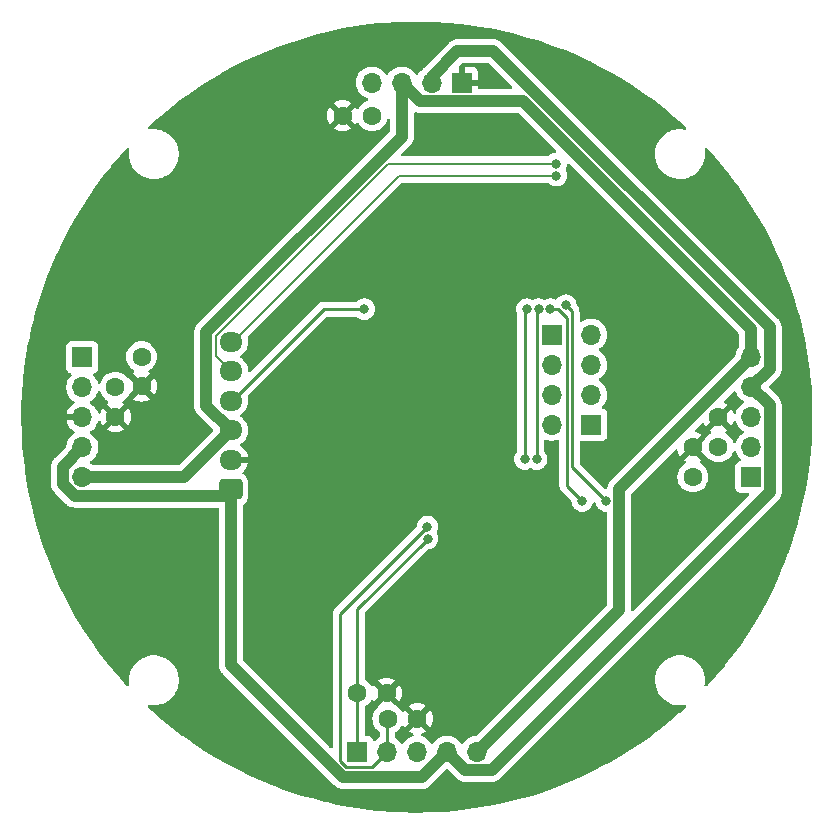
<source format=gbr>
%TF.GenerationSoftware,KiCad,Pcbnew,(6.0.5)*%
%TF.CreationDate,2023-03-02T23:20:37+09:00*%
%TF.ProjectId,line_Inergrate,6c696e65-5f49-46e6-9572-67726174652e,rev?*%
%TF.SameCoordinates,Original*%
%TF.FileFunction,Copper,L2,Bot*%
%TF.FilePolarity,Positive*%
%FSLAX46Y46*%
G04 Gerber Fmt 4.6, Leading zero omitted, Abs format (unit mm)*
G04 Created by KiCad (PCBNEW (6.0.5)) date 2023-03-02 23:20:37*
%MOMM*%
%LPD*%
G01*
G04 APERTURE LIST*
G04 Aperture macros list*
%AMRoundRect*
0 Rectangle with rounded corners*
0 $1 Rounding radius*
0 $2 $3 $4 $5 $6 $7 $8 $9 X,Y pos of 4 corners*
0 Add a 4 corners polygon primitive as box body*
4,1,4,$2,$3,$4,$5,$6,$7,$8,$9,$2,$3,0*
0 Add four circle primitives for the rounded corners*
1,1,$1+$1,$2,$3*
1,1,$1+$1,$4,$5*
1,1,$1+$1,$6,$7*
1,1,$1+$1,$8,$9*
0 Add four rect primitives between the rounded corners*
20,1,$1+$1,$2,$3,$4,$5,0*
20,1,$1+$1,$4,$5,$6,$7,0*
20,1,$1+$1,$6,$7,$8,$9,0*
20,1,$1+$1,$8,$9,$2,$3,0*%
G04 Aperture macros list end*
%TA.AperFunction,ComponentPad*%
%ADD10R,1.700000X1.700000*%
%TD*%
%TA.AperFunction,ComponentPad*%
%ADD11O,1.700000X1.700000*%
%TD*%
%TA.AperFunction,ComponentPad*%
%ADD12C,1.600000*%
%TD*%
%TA.AperFunction,ComponentPad*%
%ADD13RoundRect,0.250000X0.725000X-0.600000X0.725000X0.600000X-0.725000X0.600000X-0.725000X-0.600000X0*%
%TD*%
%TA.AperFunction,ComponentPad*%
%ADD14O,1.950000X1.700000*%
%TD*%
%TA.AperFunction,ViaPad*%
%ADD15C,0.800000*%
%TD*%
%TA.AperFunction,Conductor*%
%ADD16C,1.000000*%
%TD*%
%TA.AperFunction,Conductor*%
%ADD17C,0.250000*%
%TD*%
%TA.AperFunction,Conductor*%
%ADD18C,0.200000*%
%TD*%
G04 APERTURE END LIST*
D10*
%TO.P,J4,1,Pin_1*%
%TO.N, Line Left 1*%
X117729000Y-96540000D03*
D11*
%TO.P,J4,2,Pin_2*%
%TO.N,Line Left 2*%
X117729000Y-99080000D03*
%TO.P,J4,3,Pin_3*%
%TO.N,GND*%
X117729000Y-101620000D03*
%TO.P,J4,4,Pin_4*%
%TO.N,+5V*%
X117729000Y-104160000D03*
%TO.P,J4,5,Pin_5*%
%TO.N,\u53EF\u5909*%
X117729000Y-106700000D03*
%TD*%
D12*
%TO.P,C19,1*%
%TO.N,Line Back 2*%
X143586000Y-127127000D03*
%TO.P,C19,2*%
%TO.N,GND*%
X146086000Y-127127000D03*
%TD*%
%TO.P,C12,1*%
%TO.N,Line Right 1*%
X169418000Y-106660000D03*
%TO.P,C12,2*%
%TO.N,GND*%
X169418000Y-104160000D03*
%TD*%
D10*
%TO.P,J2,1,Pin_1*%
%TO.N,Line Right 1*%
X174371000Y-106660000D03*
D11*
%TO.P,J2,2,Pin_2*%
%TO.N,Line Right 2*%
X174371000Y-104120000D03*
%TO.P,J2,3,Pin_3*%
%TO.N,GND*%
X174371000Y-101580000D03*
%TO.P,J2,4,Pin_4*%
%TO.N,+5V*%
X174371000Y-99040000D03*
%TO.P,J2,5,Pin_5*%
%TO.N,\u53EF\u5909*%
X174371000Y-96500000D03*
%TD*%
D12*
%TO.P,C9,1*%
%TO.N,Line Front*%
X142260000Y-76073000D03*
%TO.P,C9,2*%
%TO.N,GND*%
X139760000Y-76073000D03*
%TD*%
%TO.P,C18,1*%
%TO.N, Line Left 1*%
X122735000Y-96481000D03*
%TO.P,C18,2*%
%TO.N,GND*%
X122735000Y-98981000D03*
%TD*%
D13*
%TO.P,J7,1,Pin_1*%
%TO.N,+5V*%
X130285000Y-107723000D03*
D14*
%TO.P,J7,2,Pin_2*%
%TO.N,GND*%
X130285000Y-105223000D03*
%TO.P,J7,3,Pin_3*%
%TO.N,\u53EF\u5909*%
X130285000Y-102723000D03*
%TO.P,J7,4,Pin_4*%
%TO.N,Line Data*%
X130285000Y-100223000D03*
%TO.P,J7,5,Pin_5*%
%TO.N,Line D+*%
X130285000Y-97723000D03*
%TO.P,J7,6,Pin_6*%
%TO.N,Line D-*%
X130285000Y-95223000D03*
%TD*%
D10*
%TO.P,J6,1,Pin_1*%
%TO.N,RESET*%
X157451000Y-94625000D03*
D11*
%TO.P,J6,2,Pin_2*%
%TO.N,PB3*%
X157451000Y-97165000D03*
%TO.P,J6,3,Pin_3*%
%TO.N,PB2*%
X157451000Y-99705000D03*
%TO.P,J6,4,Pin_4*%
%TO.N,PB1*%
X157451000Y-102245000D03*
%TD*%
D12*
%TO.P,C17,1*%
%TO.N,Line Left 2*%
X120523000Y-99080000D03*
%TO.P,C17,2*%
%TO.N,GND*%
X120523000Y-101580000D03*
%TD*%
D10*
%TO.P,J1,1,Pin_1*%
%TO.N,GND*%
X149860000Y-73279000D03*
D11*
%TO.P,J1,2,Pin_2*%
%TO.N,+5V*%
X147320000Y-73279000D03*
%TO.P,J1,3,Pin_3*%
%TO.N,\u53EF\u5909*%
X144780000Y-73279000D03*
%TO.P,J1,4,Pin_4*%
%TO.N,Line Front*%
X142240000Y-73279000D03*
%TD*%
D10*
%TO.P,J3,1,Pin_1*%
%TO.N,RESET2*%
X160807000Y-102235000D03*
D11*
%TO.P,J3,2,Pin_2*%
%TO.N,MISO2*%
X160807000Y-99695000D03*
%TO.P,J3,3,Pin_3*%
%TO.N,MOSI2*%
X160807000Y-97155000D03*
%TO.P,J3,4,Pin_4*%
%TO.N,SCK2*%
X160807000Y-94615000D03*
%TD*%
D12*
%TO.P,C20,1*%
%TO.N,Line Back 1*%
X140990000Y-124968000D03*
%TO.P,C20,2*%
%TO.N,GND*%
X143490000Y-124968000D03*
%TD*%
D10*
%TO.P,J5,1,Pin_1*%
%TO.N,Line Back 1*%
X140990000Y-129921000D03*
D11*
%TO.P,J5,2,Pin_2*%
%TO.N,Line Back 2*%
X143530000Y-129921000D03*
%TO.P,J5,3,Pin_3*%
%TO.N,GND*%
X146070000Y-129921000D03*
%TO.P,J5,4,Pin_4*%
%TO.N,+5V*%
X148610000Y-129921000D03*
%TO.P,J5,5,Pin_5*%
%TO.N,\u53EF\u5909*%
X151150000Y-129921000D03*
%TD*%
D12*
%TO.P,C11,1*%
%TO.N,Line Right 2*%
X171577000Y-104120000D03*
%TO.P,C11,2*%
%TO.N,GND*%
X171577000Y-101620000D03*
%TD*%
D15*
%TO.N,GND*%
X149098000Y-96139000D03*
X164719000Y-113919000D03*
X151257000Y-102616000D03*
X138049000Y-89154000D03*
X149860000Y-128143000D03*
X149098000Y-113284000D03*
X121666000Y-117475000D03*
X155448000Y-108331000D03*
X150876000Y-82169000D03*
X147193000Y-85979000D03*
X138430000Y-128524000D03*
X138049000Y-91313000D03*
X126492000Y-104394000D03*
X133604000Y-111633000D03*
X123825000Y-105156000D03*
X144907000Y-92329000D03*
X132080000Y-96901000D03*
X121793000Y-103124000D03*
X166878000Y-106172000D03*
X151305698Y-107520302D03*
X161671000Y-117221000D03*
X172339000Y-85344000D03*
X132080000Y-104140000D03*
X119507000Y-103251000D03*
X156591000Y-78994000D03*
X122936000Y-88265000D03*
X140843000Y-111633000D03*
X164719000Y-116967000D03*
X142240000Y-123063000D03*
X153719172Y-89846770D03*
X151003000Y-86614000D03*
X164719000Y-108331000D03*
X140843000Y-101092000D03*
X132334000Y-99949000D03*
X172593000Y-105537000D03*
X120650000Y-109728000D03*
X131445000Y-129032000D03*
X144907000Y-128524000D03*
X119126000Y-100330000D03*
X153670000Y-111506000D03*
X172466000Y-95123000D03*
X160274000Y-104775000D03*
X133350000Y-79375000D03*
X172974000Y-102870000D03*
X148463000Y-83947000D03*
X151892000Y-76327000D03*
X162179000Y-75692000D03*
X131826000Y-114300000D03*
X167767000Y-113919000D03*
X122809000Y-111887000D03*
X128016000Y-102743000D03*
X151003000Y-89408000D03*
X142113000Y-114173000D03*
X173101000Y-116586000D03*
X151511000Y-120015000D03*
X157607000Y-107188000D03*
X136525000Y-99187000D03*
X165608000Y-88011000D03*
X146177000Y-114300000D03*
X148590000Y-76454000D03*
X157480000Y-104394000D03*
X138176000Y-94234000D03*
X144907000Y-88392000D03*
X151257000Y-78994000D03*
X119507000Y-105156000D03*
X163957000Y-104775000D03*
X149098000Y-107188000D03*
X136525000Y-95631000D03*
X172974000Y-100330000D03*
X160194020Y-92583000D03*
X144018000Y-111252000D03*
X161925000Y-106934000D03*
X128778000Y-111887000D03*
X160782000Y-128397000D03*
X132207000Y-94996000D03*
X128524000Y-109855000D03*
X131826000Y-121920000D03*
X152273000Y-72898000D03*
X142113000Y-118237000D03*
%TO.N,Line Back 1*%
X146951830Y-111882768D03*
%TO.N,Line Back 2*%
X146939000Y-110871000D03*
%TO.N,RX2LED*%
X162077000Y-108710000D03*
X158660500Y-92118984D03*
%TO.N,TX2LED*%
X157353000Y-92456000D03*
X160045000Y-108710000D03*
%TO.N,Line Data*%
X141605000Y-92456000D03*
%TO.N,Line D+*%
X157861000Y-80137000D03*
%TO.N,Line D-*%
X157861000Y-81153000D03*
%TO.N,TXD0*%
X155353994Y-92456000D03*
X155194000Y-105156000D03*
%TO.N,RXD0*%
X156193503Y-105156000D03*
X156353497Y-92456000D03*
%TD*%
D16*
%TO.N,+5V*%
X152374489Y-131470511D02*
X150159511Y-131470511D01*
X130285000Y-122561048D02*
X139803952Y-132080000D01*
X117087170Y-108249511D02*
X116078000Y-107240341D01*
X146451000Y-132080000D02*
X148610000Y-129921000D01*
X130285000Y-107723000D02*
X130285000Y-122561048D01*
X116078000Y-105811000D02*
X117729000Y-104160000D01*
X174371000Y-99040000D02*
X175920511Y-100589511D01*
X175920511Y-94005511D02*
X175920511Y-97490489D01*
X175920511Y-97490489D02*
X174371000Y-99040000D01*
X147320000Y-73279000D02*
X147320000Y-72771000D01*
X175920511Y-100589511D02*
X175920511Y-107924489D01*
X175920511Y-107924489D02*
X152374489Y-131470511D01*
X149479000Y-70612000D02*
X152527000Y-70612000D01*
X130285000Y-107723000D02*
X129758489Y-108249511D01*
X150159511Y-131470511D02*
X148610000Y-129921000D01*
X129758489Y-108249511D02*
X117087170Y-108249511D01*
X139803952Y-132080000D02*
X146451000Y-132080000D01*
X116078000Y-107240341D02*
X116078000Y-105811000D01*
X152527000Y-70612000D02*
X175920511Y-94005511D01*
X147320000Y-72771000D02*
X149479000Y-70612000D01*
%TO.N,\u53EF\u5909*%
X128210960Y-94415682D02*
X144780000Y-77846642D01*
X130285000Y-102723000D02*
X128210960Y-100648960D01*
X146329511Y-74828511D02*
X144780000Y-73279000D01*
X144780000Y-77846642D02*
X144780000Y-73279000D01*
X163176511Y-107694489D02*
X174371000Y-96500000D01*
X128210960Y-100648960D02*
X128210960Y-94415682D01*
X117729000Y-106700000D02*
X126308000Y-106700000D01*
X174371000Y-94152378D02*
X155047133Y-74828511D01*
X174371000Y-96500000D02*
X174371000Y-94152378D01*
X155047133Y-74828511D02*
X146329511Y-74828511D01*
X151150000Y-129921000D02*
X163176511Y-117894489D01*
X163176511Y-117894489D02*
X163176511Y-107694489D01*
X126308000Y-106700000D02*
X130285000Y-102723000D01*
D17*
%TO.N,Line Back 1*%
X140990000Y-124968000D02*
X140990000Y-117844598D01*
X140990000Y-117844598D02*
X146951830Y-111882768D01*
X140990000Y-129921000D02*
X140990000Y-124968000D01*
%TO.N,Line Back 2*%
X143530000Y-127183000D02*
X143586000Y-127127000D01*
X143530000Y-129921000D02*
X142260000Y-131191000D01*
X140081000Y-131191000D02*
X139573000Y-130683000D01*
X143530000Y-129921000D02*
X143530000Y-127183000D01*
X139573000Y-130683000D02*
X139573000Y-118237000D01*
X139573000Y-118237000D02*
X146939000Y-110871000D01*
X142260000Y-131191000D02*
X140081000Y-131191000D01*
%TO.N,RX2LED*%
X159199520Y-105832520D02*
X162077000Y-108710000D01*
X158660500Y-92118984D02*
X159199520Y-92658004D01*
X159199520Y-92658004D02*
X159199520Y-105832520D01*
%TO.N,TX2LED*%
X157353000Y-92456000D02*
X157959988Y-92456000D01*
X157959988Y-92456000D02*
X158750000Y-93246012D01*
X158750000Y-107415000D02*
X160045000Y-108710000D01*
X158750000Y-93246012D02*
X158750000Y-107415000D01*
%TO.N,Line Data*%
X141605000Y-92456000D02*
X138176000Y-92456000D01*
X138176000Y-92456000D02*
X130409000Y-100223000D01*
X130409000Y-100223000D02*
X130285000Y-100223000D01*
D18*
%TO.N,Line D+*%
X129010480Y-96448480D02*
X130285000Y-97723000D01*
X157861000Y-80137000D02*
X143620334Y-80137000D01*
X143620334Y-80137000D02*
X129010480Y-94746854D01*
X129010480Y-94746854D02*
X129010480Y-96448480D01*
%TO.N,Line D-*%
X157861000Y-81153000D02*
X144526000Y-81153000D01*
X144526000Y-81153000D02*
X130456000Y-95223000D01*
X130456000Y-95223000D02*
X130285000Y-95223000D01*
D17*
%TO.N,TXD0*%
X155194000Y-92615994D02*
X155194000Y-105156000D01*
X155353994Y-92456000D02*
X155194000Y-92615994D01*
%TO.N,RXD0*%
X156193503Y-92615994D02*
X156193503Y-105156000D01*
X156353497Y-92456000D02*
X156193503Y-92615994D01*
%TD*%
%TA.AperFunction,Conductor*%
%TO.N,GND*%
G36*
X146461246Y-68111059D02*
G01*
X147567214Y-68142918D01*
X147571361Y-68143106D01*
X148675634Y-68211614D01*
X148679799Y-68211942D01*
X149781161Y-68317022D01*
X149785313Y-68317487D01*
X150882627Y-68459029D01*
X150886762Y-68459632D01*
X151978776Y-68637478D01*
X151982888Y-68638218D01*
X152251942Y-68691248D01*
X153068416Y-68852174D01*
X153072464Y-68853042D01*
X153342228Y-68915570D01*
X154150298Y-69102871D01*
X154154352Y-69103882D01*
X154423841Y-69175839D01*
X155223320Y-69389311D01*
X155227296Y-69390444D01*
X155493721Y-69471136D01*
X156286189Y-69711151D01*
X156290167Y-69712428D01*
X157337832Y-70068062D01*
X157341759Y-70069468D01*
X158377100Y-70459659D01*
X158380951Y-70461183D01*
X159402806Y-70885495D01*
X159406586Y-70887139D01*
X160413781Y-71345082D01*
X160417527Y-71346860D01*
X160671124Y-71472471D01*
X161409016Y-71837962D01*
X161412728Y-71839879D01*
X162387306Y-72363538D01*
X162390948Y-72365573D01*
X163347695Y-72921297D01*
X163351205Y-72923413D01*
X163594164Y-73075526D01*
X164289017Y-73510563D01*
X164292521Y-73512839D01*
X165210276Y-74130706D01*
X165213697Y-74133091D01*
X166110533Y-74781101D01*
X166113847Y-74783581D01*
X166858240Y-75359952D01*
X166988652Y-75460928D01*
X166991913Y-75463540D01*
X167843818Y-76169550D01*
X167846964Y-76172247D01*
X168674983Y-76906105D01*
X168678022Y-76908890D01*
X168691013Y-76921197D01*
X168810688Y-77034566D01*
X168846386Y-77095935D01*
X168843238Y-77166862D01*
X168802245Y-77224828D01*
X168736420Y-77251429D01*
X168706286Y-77250782D01*
X168523920Y-77224828D01*
X168482900Y-77218990D01*
X168482898Y-77218990D01*
X168478648Y-77218385D01*
X168474359Y-77218363D01*
X168474352Y-77218362D01*
X168195447Y-77216901D01*
X168195440Y-77216901D01*
X168191161Y-77216879D01*
X168186917Y-77217438D01*
X168186913Y-77217438D01*
X168061524Y-77233946D01*
X167906130Y-77254404D01*
X167901990Y-77255537D01*
X167901988Y-77255537D01*
X167825175Y-77276551D01*
X167628828Y-77330265D01*
X167624880Y-77331949D01*
X167368340Y-77441373D01*
X167368336Y-77441375D01*
X167364388Y-77443059D01*
X167326371Y-77465812D01*
X167121385Y-77588493D01*
X167121381Y-77588496D01*
X167117703Y-77590697D01*
X166893336Y-77770449D01*
X166695441Y-77978987D01*
X166527678Y-78212453D01*
X166525669Y-78216248D01*
X166525668Y-78216249D01*
X166509575Y-78246643D01*
X166393152Y-78466528D01*
X166294353Y-78736509D01*
X166233109Y-79017400D01*
X166232773Y-79021670D01*
X166211060Y-79297564D01*
X166211059Y-79297564D01*
X166211060Y-79297566D01*
X166210553Y-79304005D01*
X166227102Y-79591019D01*
X166227927Y-79595224D01*
X166227928Y-79595232D01*
X166247164Y-79693277D01*
X166282450Y-79873131D01*
X166283837Y-79877181D01*
X166283838Y-79877186D01*
X166372793Y-80137000D01*
X166375574Y-80145122D01*
X166377501Y-80148953D01*
X166479329Y-80351415D01*
X166504749Y-80401958D01*
X166667585Y-80638886D01*
X166861070Y-80851524D01*
X166864365Y-80854279D01*
X166864366Y-80854280D01*
X167017408Y-80982242D01*
X167081623Y-81035934D01*
X167325162Y-81188707D01*
X167587182Y-81307013D01*
X167591301Y-81308233D01*
X167858721Y-81387447D01*
X167858726Y-81387448D01*
X167862834Y-81388665D01*
X167867068Y-81389313D01*
X167867073Y-81389314D01*
X168115675Y-81427355D01*
X168147017Y-81432151D01*
X168293349Y-81434450D01*
X168430181Y-81436600D01*
X168430187Y-81436600D01*
X168434472Y-81436667D01*
X168438724Y-81436152D01*
X168438732Y-81436152D01*
X168715620Y-81402644D01*
X168715625Y-81402643D01*
X168719881Y-81402128D01*
X168816466Y-81376789D01*
X168993818Y-81330262D01*
X168993819Y-81330262D01*
X168997961Y-81329175D01*
X169263568Y-81219157D01*
X169511786Y-81074110D01*
X169738023Y-80896718D01*
X169779149Y-80854280D01*
X169879305Y-80750926D01*
X169938091Y-80690264D01*
X169940624Y-80686816D01*
X169940628Y-80686811D01*
X170105751Y-80462022D01*
X170108289Y-80458567D01*
X170202330Y-80285365D01*
X170243418Y-80209691D01*
X170243419Y-80209689D01*
X170245468Y-80205915D01*
X170310048Y-80035009D01*
X170345571Y-79941002D01*
X170345572Y-79940998D01*
X170347089Y-79936984D01*
X170411271Y-79656749D01*
X170425516Y-79497141D01*
X170436607Y-79372862D01*
X170436607Y-79372860D01*
X170436827Y-79370396D01*
X170437291Y-79326136D01*
X170434039Y-79278428D01*
X170418029Y-79043588D01*
X170418028Y-79043582D01*
X170417737Y-79039311D01*
X170413200Y-79017400D01*
X170400061Y-78953956D01*
X170405833Y-78883194D01*
X170448946Y-78826787D01*
X170515711Y-78802642D01*
X170584931Y-78818427D01*
X170615968Y-78842876D01*
X171015708Y-79275313D01*
X171018492Y-79278428D01*
X171288790Y-79591019D01*
X171727129Y-80097943D01*
X171742127Y-80115288D01*
X171744801Y-80118485D01*
X172440365Y-80978969D01*
X172442921Y-80982242D01*
X173109531Y-81865260D01*
X173111993Y-81868635D01*
X173748976Y-82773291D01*
X173751324Y-82776747D01*
X174357939Y-83701987D01*
X174360172Y-83705519D01*
X174935788Y-84650383D01*
X174937902Y-84653986D01*
X175481872Y-85617411D01*
X175483866Y-85621083D01*
X175995611Y-86602045D01*
X175997481Y-86605781D01*
X176476397Y-87603121D01*
X176478143Y-87606917D01*
X176872724Y-88503669D01*
X176923741Y-88619615D01*
X176925360Y-88623467D01*
X177337125Y-89650354D01*
X177338616Y-89654257D01*
X177716123Y-90694273D01*
X177717483Y-90698223D01*
X178043159Y-91697578D01*
X178060292Y-91750153D01*
X178061519Y-91754140D01*
X178346069Y-92736767D01*
X178369273Y-92816897D01*
X178370362Y-92820905D01*
X178614773Y-93783277D01*
X178642707Y-93893269D01*
X178643668Y-93897335D01*
X178880303Y-94978110D01*
X178881129Y-94982205D01*
X179081803Y-96070242D01*
X179082493Y-96074363D01*
X179246987Y-97168488D01*
X179247539Y-97172630D01*
X179297174Y-97598355D01*
X179372008Y-98240211D01*
X179375662Y-98271556D01*
X179376076Y-98275703D01*
X179466845Y-99368069D01*
X179467695Y-99378303D01*
X179467971Y-99382457D01*
X179483904Y-99702507D01*
X179522982Y-100487482D01*
X179523121Y-100491658D01*
X179534471Y-101176124D01*
X179541193Y-101581450D01*
X179541475Y-101598478D01*
X179541488Y-101601538D01*
X179539437Y-101862614D01*
X179537380Y-102124531D01*
X179537318Y-102127609D01*
X179503086Y-103187460D01*
X179501584Y-103233961D01*
X179501381Y-103238106D01*
X179463868Y-103810454D01*
X179429018Y-104342149D01*
X179428676Y-104346313D01*
X179319750Y-105447334D01*
X179319270Y-105451484D01*
X179173898Y-106548297D01*
X179173280Y-106552429D01*
X179046893Y-107311762D01*
X178994566Y-107626142D01*
X178991628Y-107643791D01*
X178990877Y-107647884D01*
X178913855Y-108031601D01*
X178773133Y-108732658D01*
X178772243Y-108736740D01*
X178518658Y-109813676D01*
X178517633Y-109817727D01*
X178228478Y-110885679D01*
X178227321Y-110889686D01*
X177922758Y-111882768D01*
X177902924Y-111947439D01*
X177901640Y-111951391D01*
X177612279Y-112794147D01*
X177542338Y-112997848D01*
X177540920Y-113001765D01*
X177495578Y-113120817D01*
X177147126Y-114035716D01*
X177145581Y-114039580D01*
X176987242Y-114417175D01*
X176717722Y-115059906D01*
X176716043Y-115063731D01*
X176254599Y-116069293D01*
X176252794Y-116073061D01*
X175758248Y-117062803D01*
X175756320Y-117066505D01*
X175245318Y-118009616D01*
X175229253Y-118039265D01*
X175227205Y-118042900D01*
X175148555Y-118177224D01*
X174668171Y-118997658D01*
X174666001Y-119001228D01*
X174075612Y-119936939D01*
X174073324Y-119940436D01*
X173452223Y-120856075D01*
X173449820Y-120859493D01*
X172798739Y-121753987D01*
X172796225Y-121757324D01*
X172758251Y-121806016D01*
X172128210Y-122613885D01*
X172115804Y-122629792D01*
X172113194Y-122633026D01*
X171701216Y-123126621D01*
X171404242Y-123482428D01*
X171401512Y-123485591D01*
X170664796Y-124311012D01*
X170661963Y-124314082D01*
X170615322Y-124362975D01*
X170553829Y-124398459D01*
X170482914Y-124395065D01*
X170425091Y-124353869D01*
X170398720Y-124287952D01*
X170401332Y-124247876D01*
X170410312Y-124208665D01*
X170410313Y-124208661D01*
X170411271Y-124204477D01*
X170416872Y-124141726D01*
X170436607Y-123920590D01*
X170436607Y-123920588D01*
X170436827Y-123918124D01*
X170437291Y-123873864D01*
X170433594Y-123819636D01*
X170418029Y-123591316D01*
X170418028Y-123591310D01*
X170417737Y-123587039D01*
X170413200Y-123565128D01*
X170360307Y-123309719D01*
X170359438Y-123305522D01*
X170263471Y-123034521D01*
X170166922Y-122847460D01*
X170133579Y-122782859D01*
X170133579Y-122782858D01*
X170131614Y-122779052D01*
X170118352Y-122760181D01*
X170015533Y-122613885D01*
X169966305Y-122543841D01*
X169876585Y-122447291D01*
X169773525Y-122336385D01*
X169773522Y-122336383D01*
X169770604Y-122333242D01*
X169548132Y-122151151D01*
X169303006Y-122000937D01*
X169284912Y-121992994D01*
X169043694Y-121887107D01*
X169039762Y-121885381D01*
X169013827Y-121877993D01*
X168767398Y-121807796D01*
X168767399Y-121807796D01*
X168763270Y-121806620D01*
X168550568Y-121776349D01*
X168482900Y-121766718D01*
X168482898Y-121766718D01*
X168478648Y-121766113D01*
X168474359Y-121766091D01*
X168474352Y-121766090D01*
X168195447Y-121764629D01*
X168195440Y-121764629D01*
X168191161Y-121764607D01*
X168186917Y-121765166D01*
X168186913Y-121765166D01*
X168061524Y-121781674D01*
X167906130Y-121802132D01*
X167901990Y-121803265D01*
X167901988Y-121803265D01*
X167825175Y-121824279D01*
X167628828Y-121877993D01*
X167624880Y-121879677D01*
X167368340Y-121989101D01*
X167368336Y-121989103D01*
X167364388Y-121990787D01*
X167239824Y-122065337D01*
X167121385Y-122136221D01*
X167121381Y-122136224D01*
X167117703Y-122138425D01*
X166893336Y-122318177D01*
X166695441Y-122526715D01*
X166527678Y-122760181D01*
X166393152Y-123014256D01*
X166294353Y-123284237D01*
X166233109Y-123565128D01*
X166232773Y-123569398D01*
X166211060Y-123845292D01*
X166211059Y-123845292D01*
X166211060Y-123845294D01*
X166210553Y-123851733D01*
X166210800Y-123856017D01*
X166210800Y-123856018D01*
X166213015Y-123894434D01*
X166227102Y-124138747D01*
X166227927Y-124142952D01*
X166227928Y-124142960D01*
X166256375Y-124287952D01*
X166282450Y-124420859D01*
X166283837Y-124424909D01*
X166283838Y-124424914D01*
X166344969Y-124603461D01*
X166375574Y-124692850D01*
X166377501Y-124696681D01*
X166465174Y-124870999D01*
X166504749Y-124949686D01*
X166667585Y-125186614D01*
X166861070Y-125399252D01*
X166864365Y-125402007D01*
X166864366Y-125402008D01*
X166915122Y-125444446D01*
X167081623Y-125583662D01*
X167325162Y-125736435D01*
X167587182Y-125854741D01*
X167591301Y-125855961D01*
X167858721Y-125935175D01*
X167858726Y-125935176D01*
X167862834Y-125936393D01*
X167867068Y-125937041D01*
X167867073Y-125937042D01*
X168084424Y-125970301D01*
X168147017Y-125979879D01*
X168293349Y-125982178D01*
X168430181Y-125984328D01*
X168430187Y-125984328D01*
X168434472Y-125984395D01*
X168438724Y-125983880D01*
X168438732Y-125983880D01*
X168618005Y-125962185D01*
X168703097Y-125951887D01*
X168773127Y-125963560D01*
X168825729Y-126011241D01*
X168844202Y-126079792D01*
X168822682Y-126147449D01*
X168803439Y-126169797D01*
X168287430Y-126643461D01*
X168284306Y-126646235D01*
X167444857Y-127367001D01*
X167441642Y-127369669D01*
X166578815Y-128062162D01*
X166575514Y-128064723D01*
X166306398Y-128266414D01*
X165690133Y-128728279D01*
X165686794Y-128730695D01*
X165178770Y-129085757D01*
X164779946Y-129364498D01*
X164776483Y-129366835D01*
X163849074Y-129970253D01*
X163845534Y-129972473D01*
X162898689Y-130544774D01*
X162895078Y-130546876D01*
X162342652Y-130856249D01*
X161929723Y-131087500D01*
X161926059Y-131089472D01*
X160943353Y-131597770D01*
X160939611Y-131599628D01*
X159940594Y-132075066D01*
X159936792Y-132076799D01*
X158922529Y-132518866D01*
X158918672Y-132520471D01*
X157890352Y-132928650D01*
X157886444Y-132930127D01*
X156845136Y-133303995D01*
X156841180Y-133305342D01*
X155788031Y-133644485D01*
X155784034Y-133645699D01*
X154720263Y-133949726D01*
X154716227Y-133950808D01*
X153642922Y-134219408D01*
X153638853Y-134220355D01*
X152557225Y-134453224D01*
X152553126Y-134454035D01*
X151464405Y-134650907D01*
X151460282Y-134651582D01*
X150365619Y-134812252D01*
X150361475Y-134812790D01*
X149262110Y-134937075D01*
X149257951Y-134937476D01*
X148346290Y-135010026D01*
X148155020Y-135025247D01*
X148150856Y-135025509D01*
X148054217Y-135029982D01*
X147045655Y-135076662D01*
X147041478Y-135076786D01*
X145935200Y-135091268D01*
X145931022Y-135091254D01*
X144824839Y-135069049D01*
X144820664Y-135068896D01*
X143715821Y-135010026D01*
X143711653Y-135009734D01*
X143286131Y-134972880D01*
X142609392Y-134914268D01*
X142605291Y-134913845D01*
X141506756Y-134781880D01*
X141502623Y-134781314D01*
X140955860Y-134697159D01*
X140409105Y-134613006D01*
X140404987Y-134612302D01*
X139812867Y-134500955D01*
X139317614Y-134407823D01*
X139313550Y-134406988D01*
X138470912Y-134219408D01*
X138233610Y-134166582D01*
X138229548Y-134165607D01*
X137158172Y-133889528D01*
X137154144Y-133888419D01*
X136326786Y-133645699D01*
X136092448Y-133576952D01*
X136088497Y-133575721D01*
X135264463Y-133303995D01*
X135037741Y-133229233D01*
X135033796Y-133227859D01*
X134541584Y-133047248D01*
X133995113Y-132846727D01*
X133991251Y-132845237D01*
X132965716Y-132429853D01*
X132961943Y-132428251D01*
X131950795Y-131979116D01*
X131947005Y-131977357D01*
X130951307Y-131494945D01*
X130947578Y-131493061D01*
X129968456Y-130977920D01*
X129964791Y-130975914D01*
X129003261Y-130428579D01*
X128999664Y-130426452D01*
X128176455Y-129921000D01*
X128056794Y-129847528D01*
X128053274Y-129845285D01*
X127681588Y-129599737D01*
X127176524Y-129266076D01*
X127130170Y-129235453D01*
X127126722Y-129233093D01*
X126718109Y-128943243D01*
X126224273Y-128592940D01*
X126220914Y-128590472D01*
X126203298Y-128577076D01*
X125340227Y-127920782D01*
X125336945Y-127918199D01*
X124478958Y-127219688D01*
X124475762Y-127216997D01*
X124375819Y-127129965D01*
X123641395Y-126490414D01*
X123638295Y-126487622D01*
X123292546Y-126165769D01*
X123256313Y-126104714D01*
X123258842Y-126033763D01*
X123299328Y-125975441D01*
X123364918Y-125948267D01*
X123397454Y-125948994D01*
X123599289Y-125979879D01*
X123745621Y-125982178D01*
X123882453Y-125984328D01*
X123882459Y-125984328D01*
X123886744Y-125984395D01*
X123890996Y-125983880D01*
X123891004Y-125983880D01*
X124167892Y-125950372D01*
X124167897Y-125950371D01*
X124172153Y-125949856D01*
X124286689Y-125919808D01*
X124446090Y-125877990D01*
X124446091Y-125877990D01*
X124450233Y-125876903D01*
X124715840Y-125766885D01*
X124951369Y-125629253D01*
X124960355Y-125624002D01*
X124960356Y-125624001D01*
X124964058Y-125621838D01*
X125190295Y-125444446D01*
X125211996Y-125422053D01*
X125387380Y-125241070D01*
X125390363Y-125237992D01*
X125392896Y-125234544D01*
X125392900Y-125234539D01*
X125558023Y-125009750D01*
X125560561Y-125006295D01*
X125581968Y-124966868D01*
X125695690Y-124757419D01*
X125695691Y-124757417D01*
X125697740Y-124753643D01*
X125784425Y-124524239D01*
X125797843Y-124488730D01*
X125797844Y-124488726D01*
X125799361Y-124484712D01*
X125829328Y-124353869D01*
X125862585Y-124208661D01*
X125862586Y-124208657D01*
X125863543Y-124204477D01*
X125869144Y-124141726D01*
X125888879Y-123920590D01*
X125888879Y-123920588D01*
X125889099Y-123918124D01*
X125889563Y-123873864D01*
X125885866Y-123819636D01*
X125870301Y-123591316D01*
X125870300Y-123591310D01*
X125870009Y-123587039D01*
X125865472Y-123565128D01*
X125812579Y-123309719D01*
X125811710Y-123305522D01*
X125715743Y-123034521D01*
X125619194Y-122847460D01*
X125585851Y-122782859D01*
X125585851Y-122782858D01*
X125583886Y-122779052D01*
X125570624Y-122760181D01*
X125467805Y-122613885D01*
X125418577Y-122543841D01*
X125328857Y-122447291D01*
X125225797Y-122336385D01*
X125225794Y-122336383D01*
X125222876Y-122333242D01*
X125000404Y-122151151D01*
X124755278Y-122000937D01*
X124737184Y-121992994D01*
X124495966Y-121887107D01*
X124492034Y-121885381D01*
X124466099Y-121877993D01*
X124219670Y-121807796D01*
X124219671Y-121807796D01*
X124215542Y-121806620D01*
X124002840Y-121776349D01*
X123935172Y-121766718D01*
X123935170Y-121766718D01*
X123930920Y-121766113D01*
X123926631Y-121766091D01*
X123926624Y-121766090D01*
X123647719Y-121764629D01*
X123647712Y-121764629D01*
X123643433Y-121764607D01*
X123639189Y-121765166D01*
X123639185Y-121765166D01*
X123513796Y-121781674D01*
X123358402Y-121802132D01*
X123354262Y-121803265D01*
X123354260Y-121803265D01*
X123277447Y-121824279D01*
X123081100Y-121877993D01*
X123077152Y-121879677D01*
X122820612Y-121989101D01*
X122820608Y-121989103D01*
X122816660Y-121990787D01*
X122692096Y-122065337D01*
X122573657Y-122136221D01*
X122573653Y-122136224D01*
X122569975Y-122138425D01*
X122345608Y-122318177D01*
X122147713Y-122526715D01*
X121979950Y-122760181D01*
X121845424Y-123014256D01*
X121746625Y-123284237D01*
X121685381Y-123565128D01*
X121685045Y-123569398D01*
X121663332Y-123845292D01*
X121663331Y-123845292D01*
X121663332Y-123845294D01*
X121662825Y-123851733D01*
X121663072Y-123856017D01*
X121663072Y-123856018D01*
X121665287Y-123894434D01*
X121679374Y-124138747D01*
X121680199Y-124142952D01*
X121680200Y-124142960D01*
X121701152Y-124249750D01*
X121694639Y-124320447D01*
X121650938Y-124376400D01*
X121583924Y-124399845D01*
X121514873Y-124383337D01*
X121485734Y-124360341D01*
X121379937Y-124247876D01*
X121280067Y-124141711D01*
X121277269Y-124138636D01*
X121268499Y-124128670D01*
X120546317Y-123308073D01*
X120543611Y-123304893D01*
X120522337Y-123279039D01*
X120317995Y-123030712D01*
X119840606Y-122450561D01*
X119838005Y-122447291D01*
X119163714Y-121570123D01*
X119161223Y-121566769D01*
X118516373Y-120667712D01*
X118513995Y-120664277D01*
X117899320Y-119744351D01*
X117897057Y-119740839D01*
X117437584Y-119001228D01*
X117313219Y-118801038D01*
X117311081Y-118797466D01*
X117139342Y-118499404D01*
X116758705Y-117838790D01*
X116756691Y-117835157D01*
X116748839Y-117820419D01*
X116236419Y-116858723D01*
X116234516Y-116855004D01*
X115746909Y-115861869D01*
X115745130Y-115858089D01*
X115571477Y-115472594D01*
X115290701Y-114849295D01*
X115289059Y-114845482D01*
X114868333Y-113822191D01*
X114866809Y-113818301D01*
X114480258Y-112781662D01*
X114478863Y-112777724D01*
X114240077Y-112066133D01*
X114126868Y-111728768D01*
X114125612Y-111724806D01*
X114116053Y-111692840D01*
X113885587Y-110922218D01*
X113808612Y-110664830D01*
X113807481Y-110660808D01*
X113623993Y-109963872D01*
X113525774Y-109590812D01*
X113524794Y-109586816D01*
X113278733Y-108508134D01*
X113277872Y-108504051D01*
X113067705Y-107417772D01*
X113066980Y-107413657D01*
X112945297Y-106649697D01*
X112892950Y-106321048D01*
X112892364Y-106316932D01*
X112891596Y-106310804D01*
X112828455Y-105807462D01*
X115064626Y-105807462D01*
X115067093Y-105833561D01*
X115068941Y-105853109D01*
X115069500Y-105864967D01*
X115069500Y-107178498D01*
X115068763Y-107192105D01*
X115066414Y-107213734D01*
X115064676Y-107229729D01*
X115065213Y-107235864D01*
X115069050Y-107279729D01*
X115069379Y-107284555D01*
X115069500Y-107287027D01*
X115069500Y-107290110D01*
X115070440Y-107299695D01*
X115073690Y-107332847D01*
X115073812Y-107334160D01*
X115076321Y-107362836D01*
X115081913Y-107426754D01*
X115083400Y-107431873D01*
X115083920Y-107437174D01*
X115110791Y-107526175D01*
X115111126Y-107527308D01*
X115128756Y-107587988D01*
X115137091Y-107616677D01*
X115139544Y-107621409D01*
X115141084Y-107626510D01*
X115143978Y-107631953D01*
X115184731Y-107708601D01*
X115185343Y-107709767D01*
X115205316Y-107748297D01*
X115228108Y-107792267D01*
X115231431Y-107796430D01*
X115233934Y-107801137D01*
X115292755Y-107873259D01*
X115293446Y-107874115D01*
X115324738Y-107913314D01*
X115327242Y-107915818D01*
X115327884Y-107916536D01*
X115331585Y-107920869D01*
X115358935Y-107954403D01*
X115394267Y-107983632D01*
X115403037Y-107991613D01*
X116330319Y-108918894D01*
X116339421Y-108929038D01*
X116363138Y-108958536D01*
X116367866Y-108962503D01*
X116401591Y-108990802D01*
X116405239Y-108993983D01*
X116407051Y-108995626D01*
X116409245Y-108997820D01*
X116442519Y-109025153D01*
X116443317Y-109025815D01*
X116514644Y-109085665D01*
X116519314Y-109088233D01*
X116523431Y-109091614D01*
X116557313Y-109109781D01*
X116605256Y-109135488D01*
X116606415Y-109136117D01*
X116682551Y-109177973D01*
X116682559Y-109177976D01*
X116687957Y-109180944D01*
X116693039Y-109182556D01*
X116697733Y-109185073D01*
X116703624Y-109186874D01*
X116786647Y-109212258D01*
X116787905Y-109212650D01*
X116876476Y-109240746D01*
X116881767Y-109241340D01*
X116886868Y-109242899D01*
X116979433Y-109252301D01*
X116980620Y-109252427D01*
X117010008Y-109255724D01*
X117026900Y-109257619D01*
X117026905Y-109257619D01*
X117030397Y-109258011D01*
X117033922Y-109258011D01*
X117034907Y-109258066D01*
X117040602Y-109258514D01*
X117052512Y-109259724D01*
X117077504Y-109262263D01*
X117077509Y-109262263D01*
X117083632Y-109262885D01*
X117129278Y-109258570D01*
X117141137Y-109258011D01*
X129150500Y-109258011D01*
X129218621Y-109278013D01*
X129265114Y-109331669D01*
X129276500Y-109384011D01*
X129276500Y-122499205D01*
X129275763Y-122512812D01*
X129272734Y-122540700D01*
X129271676Y-122550436D01*
X129272213Y-122556571D01*
X129276050Y-122600436D01*
X129276379Y-122605262D01*
X129276500Y-122607734D01*
X129276500Y-122610817D01*
X129276801Y-122613885D01*
X129280690Y-122653554D01*
X129280812Y-122654867D01*
X129288913Y-122747461D01*
X129290400Y-122752580D01*
X129290920Y-122757881D01*
X129317791Y-122846882D01*
X129318126Y-122848015D01*
X129344091Y-122937384D01*
X129346544Y-122942116D01*
X129348084Y-122947217D01*
X129350978Y-122952660D01*
X129391731Y-123029308D01*
X129392343Y-123030474D01*
X129394441Y-123034521D01*
X129435108Y-123112974D01*
X129438431Y-123117137D01*
X129440934Y-123121844D01*
X129499755Y-123193966D01*
X129500446Y-123194822D01*
X129531738Y-123234021D01*
X129534242Y-123236525D01*
X129534884Y-123237243D01*
X129538585Y-123241576D01*
X129565935Y-123275110D01*
X129570682Y-123279037D01*
X129570684Y-123279039D01*
X129582035Y-123288429D01*
X129600322Y-123303557D01*
X129601262Y-123304335D01*
X129610042Y-123312325D01*
X139047097Y-132749379D01*
X139056199Y-132759522D01*
X139079920Y-132789025D01*
X139084648Y-132792992D01*
X139118373Y-132821291D01*
X139122021Y-132824472D01*
X139123833Y-132826115D01*
X139126027Y-132828309D01*
X139159301Y-132855642D01*
X139160099Y-132856304D01*
X139231426Y-132916154D01*
X139236096Y-132918722D01*
X139240213Y-132922103D01*
X139260031Y-132932729D01*
X139322038Y-132965977D01*
X139323197Y-132966606D01*
X139399333Y-133008462D01*
X139399341Y-133008465D01*
X139404739Y-133011433D01*
X139409821Y-133013045D01*
X139414515Y-133015562D01*
X139503483Y-133042762D01*
X139504511Y-133043082D01*
X139593258Y-133071235D01*
X139598554Y-133071829D01*
X139603650Y-133073387D01*
X139696209Y-133082790D01*
X139697345Y-133082911D01*
X139730960Y-133086681D01*
X139743682Y-133088108D01*
X139743686Y-133088108D01*
X139747179Y-133088500D01*
X139750706Y-133088500D01*
X139751691Y-133088555D01*
X139757371Y-133089002D01*
X139786777Y-133091989D01*
X139794289Y-133092752D01*
X139794291Y-133092752D01*
X139800414Y-133093374D01*
X139846060Y-133089059D01*
X139857919Y-133088500D01*
X146389157Y-133088500D01*
X146402764Y-133089237D01*
X146434262Y-133092659D01*
X146434267Y-133092659D01*
X146440388Y-133093324D01*
X146466638Y-133091027D01*
X146490388Y-133088950D01*
X146495214Y-133088621D01*
X146497686Y-133088500D01*
X146500769Y-133088500D01*
X146512738Y-133087326D01*
X146543506Y-133084310D01*
X146544819Y-133084188D01*
X146589084Y-133080315D01*
X146637413Y-133076087D01*
X146642532Y-133074600D01*
X146647833Y-133074080D01*
X146736834Y-133047209D01*
X146737967Y-133046874D01*
X146821414Y-133022630D01*
X146821418Y-133022628D01*
X146827336Y-133020909D01*
X146832068Y-133018456D01*
X146837169Y-133016916D01*
X146844173Y-133013192D01*
X146919260Y-132973269D01*
X146920426Y-132972657D01*
X146997453Y-132932729D01*
X147002926Y-132929892D01*
X147007089Y-132926569D01*
X147011796Y-132924066D01*
X147083918Y-132865245D01*
X147084774Y-132864554D01*
X147123973Y-132833262D01*
X147126477Y-132830758D01*
X147127195Y-132830116D01*
X147131528Y-132826415D01*
X147165062Y-132799065D01*
X147194288Y-132763737D01*
X147202277Y-132754958D01*
X148520905Y-131436330D01*
X148583217Y-131402304D01*
X148654032Y-131407369D01*
X148699095Y-131436330D01*
X149402660Y-132139895D01*
X149411762Y-132150038D01*
X149435479Y-132179536D01*
X149473957Y-132211823D01*
X149477573Y-132214978D01*
X149479399Y-132216634D01*
X149481585Y-132218820D01*
X149483965Y-132220775D01*
X149483975Y-132220784D01*
X149514779Y-132246087D01*
X149515794Y-132246929D01*
X149586985Y-132306665D01*
X149591659Y-132309234D01*
X149595772Y-132312613D01*
X149601209Y-132315528D01*
X149601210Y-132315529D01*
X149677558Y-132356466D01*
X149678688Y-132357079D01*
X149760298Y-132401944D01*
X149765380Y-132403556D01*
X149770074Y-132406073D01*
X149859042Y-132433273D01*
X149860070Y-132433593D01*
X149948817Y-132461746D01*
X149954113Y-132462340D01*
X149959209Y-132463898D01*
X150051733Y-132473296D01*
X150052853Y-132473416D01*
X150086175Y-132477153D01*
X150099241Y-132478619D01*
X150099245Y-132478619D01*
X150102738Y-132479011D01*
X150106265Y-132479011D01*
X150107268Y-132479067D01*
X150112952Y-132479514D01*
X150138368Y-132482096D01*
X150149847Y-132483262D01*
X150149849Y-132483262D01*
X150155973Y-132483884D01*
X150201612Y-132479570D01*
X150213468Y-132479011D01*
X152312646Y-132479011D01*
X152326253Y-132479748D01*
X152357751Y-132483170D01*
X152357756Y-132483170D01*
X152363877Y-132483835D01*
X152390127Y-132481538D01*
X152413877Y-132479461D01*
X152418703Y-132479132D01*
X152421175Y-132479011D01*
X152424258Y-132479011D01*
X152436227Y-132477837D01*
X152466995Y-132474821D01*
X152468308Y-132474699D01*
X152512573Y-132470826D01*
X152560902Y-132466598D01*
X152566021Y-132465111D01*
X152571322Y-132464591D01*
X152660323Y-132437720D01*
X152661456Y-132437385D01*
X152744903Y-132413141D01*
X152744907Y-132413139D01*
X152750825Y-132411420D01*
X152755557Y-132408967D01*
X152760658Y-132407427D01*
X152767662Y-132403703D01*
X152842749Y-132363780D01*
X152843915Y-132363168D01*
X152920942Y-132323240D01*
X152926415Y-132320403D01*
X152930578Y-132317080D01*
X152935285Y-132314577D01*
X153007407Y-132255756D01*
X153008263Y-132255065D01*
X153047462Y-132223773D01*
X153049966Y-132221269D01*
X153050684Y-132220627D01*
X153055017Y-132216926D01*
X153088551Y-132189576D01*
X153117777Y-132154248D01*
X153125766Y-132145469D01*
X176589890Y-108681344D01*
X176600033Y-108672242D01*
X176624729Y-108652386D01*
X176629536Y-108648521D01*
X176661803Y-108610067D01*
X176664983Y-108606420D01*
X176666626Y-108604608D01*
X176668820Y-108602414D01*
X176696153Y-108569140D01*
X176696859Y-108568289D01*
X176752706Y-108501733D01*
X176756665Y-108497015D01*
X176759233Y-108492345D01*
X176762614Y-108488228D01*
X176806526Y-108406331D01*
X176807135Y-108405209D01*
X176848977Y-108329100D01*
X176848979Y-108329095D01*
X176851944Y-108323702D01*
X176853555Y-108318624D01*
X176856074Y-108313926D01*
X176883264Y-108224991D01*
X176883647Y-108223761D01*
X176909882Y-108141059D01*
X176911746Y-108135183D01*
X176912339Y-108129892D01*
X176913899Y-108124791D01*
X176923306Y-108032178D01*
X176923426Y-108031058D01*
X176929011Y-107981262D01*
X176929011Y-107977733D01*
X176929066Y-107976750D01*
X176929515Y-107971045D01*
X176930255Y-107963767D01*
X176933885Y-107928026D01*
X176929570Y-107882377D01*
X176929011Y-107870520D01*
X176929011Y-100651351D01*
X176929748Y-100637743D01*
X176933170Y-100606247D01*
X176933170Y-100606243D01*
X176933835Y-100600122D01*
X176931575Y-100574292D01*
X176929461Y-100550120D01*
X176929132Y-100545295D01*
X176929011Y-100542824D01*
X176929011Y-100539742D01*
X176924820Y-100497000D01*
X176924698Y-100495685D01*
X176920357Y-100446066D01*
X176916598Y-100403098D01*
X176915111Y-100397979D01*
X176914591Y-100392678D01*
X176887710Y-100303644D01*
X176887375Y-100302511D01*
X176863138Y-100219089D01*
X176863136Y-100219085D01*
X176861419Y-100213174D01*
X176858968Y-100208445D01*
X176857427Y-100203342D01*
X176813737Y-100121173D01*
X176813194Y-100120138D01*
X176773239Y-100043056D01*
X176773238Y-100043055D01*
X176770403Y-100037585D01*
X176767080Y-100033422D01*
X176764577Y-100028715D01*
X176711380Y-99963489D01*
X176705774Y-99956616D01*
X176705011Y-99955671D01*
X176673772Y-99916538D01*
X176671281Y-99914047D01*
X176670631Y-99913320D01*
X176666919Y-99908974D01*
X176644979Y-99882074D01*
X176639576Y-99875449D01*
X176634834Y-99871526D01*
X176634832Y-99871524D01*
X176604238Y-99846214D01*
X176595458Y-99838224D01*
X175886330Y-99129096D01*
X175852304Y-99066784D01*
X175857369Y-98995969D01*
X175886330Y-98950906D01*
X176589900Y-98247336D01*
X176600043Y-98238234D01*
X176624729Y-98218386D01*
X176629536Y-98214521D01*
X176661823Y-98176043D01*
X176664978Y-98172427D01*
X176666634Y-98170601D01*
X176668820Y-98168415D01*
X176670775Y-98166035D01*
X176670784Y-98166025D01*
X176696087Y-98135221D01*
X176696929Y-98134206D01*
X176739853Y-98083051D01*
X176756665Y-98063015D01*
X176759234Y-98058341D01*
X176762613Y-98054228D01*
X176806486Y-97972404D01*
X176807095Y-97971282D01*
X176848975Y-97895103D01*
X176848976Y-97895101D01*
X176851944Y-97889702D01*
X176853556Y-97884620D01*
X176856073Y-97879926D01*
X176883273Y-97790958D01*
X176883619Y-97789847D01*
X176883880Y-97789027D01*
X176911746Y-97701183D01*
X176912340Y-97695887D01*
X176913898Y-97690791D01*
X176923296Y-97598267D01*
X176923416Y-97597147D01*
X176929011Y-97547262D01*
X176929011Y-97543735D01*
X176929067Y-97542732D01*
X176929514Y-97537048D01*
X176933884Y-97494027D01*
X176929570Y-97448388D01*
X176929011Y-97436532D01*
X176929011Y-94067361D01*
X176929748Y-94053753D01*
X176933171Y-94022248D01*
X176933171Y-94022244D01*
X176933836Y-94016123D01*
X176929875Y-93970840D01*
X176929460Y-93966100D01*
X176929130Y-93961263D01*
X176929011Y-93958825D01*
X176929011Y-93955742D01*
X176926919Y-93934410D01*
X176924829Y-93913091D01*
X176924707Y-93911776D01*
X176917136Y-93825234D01*
X176917136Y-93825232D01*
X176916599Y-93819098D01*
X176915110Y-93813974D01*
X176914591Y-93808678D01*
X176887722Y-93719683D01*
X176887381Y-93718533D01*
X176861420Y-93629175D01*
X176858967Y-93624443D01*
X176857427Y-93619342D01*
X176813780Y-93537251D01*
X176813168Y-93536085D01*
X176773240Y-93459058D01*
X176770403Y-93453585D01*
X176767080Y-93449422D01*
X176764577Y-93444715D01*
X176705772Y-93372613D01*
X176704944Y-93371586D01*
X176675980Y-93335303D01*
X176675975Y-93335298D01*
X176673773Y-93332539D01*
X176671272Y-93330038D01*
X176670630Y-93329320D01*
X176666917Y-93324972D01*
X176645567Y-93298795D01*
X176639576Y-93291449D01*
X176634834Y-93287526D01*
X176634832Y-93287524D01*
X176604238Y-93262214D01*
X176595458Y-93254224D01*
X153283855Y-69942621D01*
X153274753Y-69932478D01*
X153254897Y-69907782D01*
X153251032Y-69902975D01*
X153212578Y-69870708D01*
X153208931Y-69867528D01*
X153207119Y-69865885D01*
X153204925Y-69863691D01*
X153171651Y-69836358D01*
X153170853Y-69835696D01*
X153099526Y-69775846D01*
X153094856Y-69773278D01*
X153090739Y-69769897D01*
X153008914Y-69726023D01*
X153007755Y-69725394D01*
X152931619Y-69683538D01*
X152931611Y-69683535D01*
X152926213Y-69680567D01*
X152921131Y-69678955D01*
X152916437Y-69676438D01*
X152827469Y-69649238D01*
X152826441Y-69648918D01*
X152737694Y-69620765D01*
X152732398Y-69620171D01*
X152727302Y-69618613D01*
X152634743Y-69609210D01*
X152633607Y-69609089D01*
X152599992Y-69605319D01*
X152587270Y-69603892D01*
X152587266Y-69603892D01*
X152583773Y-69603500D01*
X152580246Y-69603500D01*
X152579261Y-69603445D01*
X152573581Y-69602998D01*
X152544175Y-69600011D01*
X152536663Y-69599248D01*
X152536661Y-69599248D01*
X152530538Y-69598626D01*
X152488259Y-69602623D01*
X152484891Y-69602941D01*
X152473033Y-69603500D01*
X149540842Y-69603500D01*
X149527235Y-69602763D01*
X149495737Y-69599341D01*
X149495732Y-69599341D01*
X149489611Y-69598676D01*
X149471611Y-69600251D01*
X149439609Y-69603050D01*
X149434784Y-69603379D01*
X149432313Y-69603500D01*
X149429231Y-69603500D01*
X149406763Y-69605703D01*
X149386489Y-69607691D01*
X149385174Y-69607813D01*
X149352913Y-69610636D01*
X149292587Y-69615913D01*
X149287468Y-69617400D01*
X149282167Y-69617920D01*
X149193166Y-69644791D01*
X149192033Y-69645126D01*
X149108586Y-69669370D01*
X149108582Y-69669372D01*
X149102664Y-69671091D01*
X149097932Y-69673544D01*
X149092831Y-69675084D01*
X149087388Y-69677978D01*
X149010740Y-69718731D01*
X149009574Y-69719343D01*
X148932547Y-69759271D01*
X148927074Y-69762108D01*
X148922911Y-69765431D01*
X148918204Y-69767934D01*
X148846082Y-69826755D01*
X148845226Y-69827446D01*
X148806027Y-69858738D01*
X148803523Y-69861242D01*
X148802805Y-69861884D01*
X148798472Y-69865585D01*
X148764938Y-69892935D01*
X148761011Y-69897682D01*
X148761009Y-69897684D01*
X148735713Y-69928262D01*
X148727723Y-69937042D01*
X146650621Y-72014145D01*
X146640478Y-72023247D01*
X146621959Y-72038137D01*
X146610975Y-72046968D01*
X146607008Y-72051696D01*
X146578709Y-72085421D01*
X146575528Y-72089069D01*
X146573885Y-72090881D01*
X146571691Y-72093075D01*
X146544358Y-72126349D01*
X146543696Y-72127147D01*
X146483846Y-72198474D01*
X146481958Y-72201907D01*
X146478383Y-72206669D01*
X146477897Y-72207261D01*
X146477896Y-72207262D01*
X146476956Y-72206490D01*
X146455319Y-72229337D01*
X146419105Y-72256526D01*
X146419100Y-72256530D01*
X146414965Y-72259635D01*
X146260629Y-72421138D01*
X146153201Y-72578621D01*
X146098293Y-72623621D01*
X146027768Y-72631792D01*
X145964021Y-72600538D01*
X145943324Y-72576054D01*
X145862822Y-72451617D01*
X145862820Y-72451614D01*
X145860014Y-72447277D01*
X145709670Y-72282051D01*
X145705619Y-72278852D01*
X145705615Y-72278848D01*
X145538414Y-72146800D01*
X145538410Y-72146798D01*
X145534359Y-72143598D01*
X145338789Y-72035638D01*
X145333920Y-72033914D01*
X145333916Y-72033912D01*
X145133087Y-71962795D01*
X145133083Y-71962794D01*
X145128212Y-71961069D01*
X145123119Y-71960162D01*
X145123116Y-71960161D01*
X144913373Y-71922800D01*
X144913367Y-71922799D01*
X144908284Y-71921894D01*
X144834452Y-71920992D01*
X144690081Y-71919228D01*
X144690079Y-71919228D01*
X144684911Y-71919165D01*
X144464091Y-71952955D01*
X144251756Y-72022357D01*
X144221443Y-72038137D01*
X144111331Y-72095458D01*
X144053607Y-72125507D01*
X144049474Y-72128610D01*
X144049471Y-72128612D01*
X143879100Y-72256530D01*
X143874965Y-72259635D01*
X143720629Y-72421138D01*
X143613201Y-72578621D01*
X143558293Y-72623621D01*
X143487768Y-72631792D01*
X143424021Y-72600538D01*
X143403324Y-72576054D01*
X143322822Y-72451617D01*
X143322820Y-72451614D01*
X143320014Y-72447277D01*
X143169670Y-72282051D01*
X143165619Y-72278852D01*
X143165615Y-72278848D01*
X142998414Y-72146800D01*
X142998410Y-72146798D01*
X142994359Y-72143598D01*
X142798789Y-72035638D01*
X142793920Y-72033914D01*
X142793916Y-72033912D01*
X142593087Y-71962795D01*
X142593083Y-71962794D01*
X142588212Y-71961069D01*
X142583119Y-71960162D01*
X142583116Y-71960161D01*
X142373373Y-71922800D01*
X142373367Y-71922799D01*
X142368284Y-71921894D01*
X142294452Y-71920992D01*
X142150081Y-71919228D01*
X142150079Y-71919228D01*
X142144911Y-71919165D01*
X141924091Y-71952955D01*
X141711756Y-72022357D01*
X141681443Y-72038137D01*
X141571331Y-72095458D01*
X141513607Y-72125507D01*
X141509474Y-72128610D01*
X141509471Y-72128612D01*
X141339100Y-72256530D01*
X141334965Y-72259635D01*
X141180629Y-72421138D01*
X141054743Y-72605680D01*
X140960688Y-72808305D01*
X140900989Y-73023570D01*
X140877251Y-73245695D01*
X140890110Y-73468715D01*
X140891247Y-73473761D01*
X140891248Y-73473767D01*
X140908680Y-73551115D01*
X140939222Y-73686639D01*
X141023266Y-73893616D01*
X141066409Y-73964019D01*
X141137291Y-74079688D01*
X141139987Y-74084088D01*
X141286250Y-74252938D01*
X141458126Y-74395632D01*
X141651000Y-74508338D01*
X141655825Y-74510180D01*
X141655826Y-74510181D01*
X141859692Y-74588030D01*
X141859061Y-74589683D01*
X141912354Y-74623721D01*
X141942028Y-74688218D01*
X141932123Y-74758520D01*
X141885781Y-74812307D01*
X141849975Y-74828207D01*
X141810757Y-74838716D01*
X141805776Y-74841039D01*
X141805775Y-74841039D01*
X141608238Y-74933151D01*
X141608233Y-74933154D01*
X141603251Y-74935477D01*
X141546080Y-74975509D01*
X141420211Y-75063643D01*
X141420208Y-75063645D01*
X141415700Y-75066802D01*
X141253802Y-75228700D01*
X141122477Y-75416251D01*
X141120153Y-75421235D01*
X141118829Y-75423528D01*
X141067447Y-75472521D01*
X140997733Y-75485957D01*
X140931822Y-75459571D01*
X140900591Y-75423528D01*
X140893934Y-75411998D01*
X140857491Y-75359952D01*
X140847012Y-75351576D01*
X140833566Y-75358644D01*
X140132022Y-76060188D01*
X140124408Y-76074132D01*
X140124539Y-76075965D01*
X140128790Y-76082580D01*
X140834287Y-76788077D01*
X140846062Y-76794507D01*
X140858077Y-76785211D01*
X140893934Y-76734002D01*
X140900591Y-76722472D01*
X140951973Y-76673479D01*
X141021687Y-76660042D01*
X141087598Y-76686429D01*
X141118829Y-76722472D01*
X141120153Y-76724765D01*
X141122477Y-76729749D01*
X141253802Y-76917300D01*
X141415700Y-77079198D01*
X141420208Y-77082355D01*
X141420211Y-77082357D01*
X141479024Y-77123538D01*
X141603251Y-77210523D01*
X141608233Y-77212846D01*
X141608238Y-77212849D01*
X141706979Y-77258892D01*
X141810757Y-77307284D01*
X141816065Y-77308706D01*
X141816067Y-77308707D01*
X142026598Y-77365119D01*
X142026600Y-77365119D01*
X142031913Y-77366543D01*
X142260000Y-77386498D01*
X142488087Y-77366543D01*
X142493400Y-77365119D01*
X142493402Y-77365119D01*
X142703933Y-77308707D01*
X142703935Y-77308706D01*
X142709243Y-77307284D01*
X142813021Y-77258892D01*
X142911762Y-77212849D01*
X142911767Y-77212846D01*
X142916749Y-77210523D01*
X143040976Y-77123538D01*
X143099789Y-77082357D01*
X143099792Y-77082355D01*
X143104300Y-77079198D01*
X143266198Y-76917300D01*
X143397523Y-76729749D01*
X143399846Y-76724767D01*
X143399849Y-76724762D01*
X143491961Y-76527225D01*
X143491961Y-76527224D01*
X143494284Y-76522243D01*
X143523793Y-76412113D01*
X143560745Y-76351492D01*
X143624606Y-76320470D01*
X143695100Y-76328899D01*
X143749847Y-76374102D01*
X143771500Y-76444726D01*
X143771500Y-77376717D01*
X143751498Y-77444838D01*
X143734595Y-77465812D01*
X127541581Y-93658827D01*
X127531438Y-93667929D01*
X127501935Y-93691650D01*
X127478867Y-93719141D01*
X127469669Y-93730103D01*
X127466488Y-93733751D01*
X127464845Y-93735563D01*
X127462651Y-93737757D01*
X127435318Y-93771031D01*
X127434656Y-93771829D01*
X127374806Y-93843156D01*
X127372238Y-93847826D01*
X127368857Y-93851943D01*
X127345615Y-93895289D01*
X127324983Y-93933768D01*
X127324354Y-93934927D01*
X127282498Y-94011063D01*
X127282495Y-94011071D01*
X127279527Y-94016469D01*
X127277915Y-94021551D01*
X127275398Y-94026245D01*
X127248198Y-94115213D01*
X127247878Y-94116241D01*
X127219725Y-94204988D01*
X127219131Y-94210284D01*
X127217573Y-94215380D01*
X127216950Y-94221516D01*
X127208178Y-94307869D01*
X127208049Y-94309075D01*
X127202460Y-94358909D01*
X127202460Y-94362436D01*
X127202405Y-94363421D01*
X127201958Y-94369101D01*
X127197586Y-94412144D01*
X127198166Y-94418275D01*
X127201901Y-94457791D01*
X127202460Y-94469649D01*
X127202460Y-100587117D01*
X127201723Y-100600724D01*
X127198843Y-100627240D01*
X127197636Y-100638348D01*
X127198173Y-100644483D01*
X127202010Y-100688348D01*
X127202339Y-100693174D01*
X127202460Y-100695646D01*
X127202460Y-100698729D01*
X127202761Y-100701797D01*
X127206650Y-100741466D01*
X127206772Y-100742779D01*
X127208867Y-100766727D01*
X127214873Y-100835373D01*
X127216360Y-100840492D01*
X127216880Y-100845793D01*
X127243751Y-100934794D01*
X127244086Y-100935927D01*
X127264807Y-101007246D01*
X127270051Y-101025296D01*
X127272504Y-101030028D01*
X127274044Y-101035129D01*
X127276938Y-101040572D01*
X127317691Y-101117220D01*
X127318303Y-101118386D01*
X127358231Y-101195413D01*
X127361068Y-101200886D01*
X127364391Y-101205049D01*
X127366894Y-101209756D01*
X127425715Y-101281878D01*
X127426406Y-101282734D01*
X127457698Y-101321933D01*
X127460202Y-101324437D01*
X127460844Y-101325155D01*
X127464545Y-101329488D01*
X127491895Y-101363022D01*
X127496642Y-101366949D01*
X127496644Y-101366951D01*
X127527222Y-101392247D01*
X127536002Y-101400237D01*
X128763280Y-102627515D01*
X128797306Y-102689827D01*
X128800096Y-102711888D01*
X128800558Y-102724206D01*
X128783124Y-102793028D01*
X128763742Y-102818023D01*
X125927171Y-105654595D01*
X125864859Y-105688621D01*
X125838076Y-105691500D01*
X118687799Y-105691500D01*
X118619678Y-105671498D01*
X118609707Y-105664382D01*
X118487414Y-105567800D01*
X118487410Y-105567798D01*
X118483359Y-105564598D01*
X118442053Y-105541796D01*
X118392084Y-105491364D01*
X118377312Y-105421921D01*
X118402428Y-105355516D01*
X118429780Y-105328909D01*
X118482095Y-105291593D01*
X118608860Y-105201173D01*
X118643970Y-105166186D01*
X118751555Y-105058976D01*
X118767096Y-105043489D01*
X118779032Y-105026879D01*
X118894435Y-104866277D01*
X118897453Y-104862077D01*
X118917752Y-104821006D01*
X118994136Y-104666453D01*
X118994137Y-104666451D01*
X118996430Y-104661811D01*
X119028900Y-104554940D01*
X119059865Y-104453023D01*
X119059865Y-104453021D01*
X119061370Y-104448069D01*
X119090529Y-104226590D01*
X119090611Y-104223240D01*
X119092074Y-104163365D01*
X119092074Y-104163361D01*
X119092156Y-104160000D01*
X119073852Y-103937361D01*
X119019431Y-103720702D01*
X118930354Y-103515840D01*
X118809014Y-103328277D01*
X118658670Y-103163051D01*
X118654619Y-103159852D01*
X118654615Y-103159848D01*
X118487414Y-103027800D01*
X118487410Y-103027798D01*
X118483359Y-103024598D01*
X118476092Y-103020586D01*
X118446270Y-103004124D01*
X118441569Y-103001529D01*
X118391598Y-102951097D01*
X118376826Y-102881654D01*
X118401942Y-102815248D01*
X118429294Y-102788641D01*
X118601146Y-102666062D01*
X119801493Y-102666062D01*
X119810789Y-102678077D01*
X119861994Y-102713931D01*
X119871489Y-102719414D01*
X120068947Y-102811490D01*
X120079239Y-102815236D01*
X120289688Y-102871625D01*
X120300481Y-102873528D01*
X120517525Y-102892517D01*
X120528475Y-102892517D01*
X120745519Y-102873528D01*
X120756312Y-102871625D01*
X120966761Y-102815236D01*
X120977053Y-102811490D01*
X121174511Y-102719414D01*
X121184006Y-102713931D01*
X121236048Y-102677491D01*
X121244424Y-102667012D01*
X121237356Y-102653566D01*
X120535812Y-101952022D01*
X120521868Y-101944408D01*
X120520035Y-101944539D01*
X120513420Y-101948790D01*
X119807923Y-102654287D01*
X119801493Y-102666062D01*
X118601146Y-102666062D01*
X118604328Y-102663792D01*
X118612200Y-102657139D01*
X118763052Y-102506812D01*
X118769730Y-102498965D01*
X118894003Y-102326020D01*
X118899313Y-102317183D01*
X118993670Y-102126267D01*
X118997469Y-102116672D01*
X119036792Y-101987246D01*
X119075733Y-101927882D01*
X119140587Y-101898995D01*
X119210763Y-101909756D01*
X119263981Y-101956750D01*
X119279057Y-101991265D01*
X119287763Y-102023759D01*
X119291510Y-102034053D01*
X119383586Y-102231511D01*
X119389069Y-102241006D01*
X119425509Y-102293048D01*
X119435988Y-102301424D01*
X119449434Y-102294356D01*
X120150978Y-101592812D01*
X120157356Y-101581132D01*
X120887408Y-101581132D01*
X120887539Y-101582965D01*
X120891790Y-101589580D01*
X121597287Y-102295077D01*
X121609062Y-102301507D01*
X121621077Y-102292211D01*
X121656931Y-102241006D01*
X121662414Y-102231511D01*
X121754490Y-102034053D01*
X121758236Y-102023761D01*
X121814625Y-101813312D01*
X121816528Y-101802519D01*
X121835517Y-101585475D01*
X121835517Y-101574525D01*
X121816528Y-101357481D01*
X121814625Y-101346688D01*
X121758236Y-101136239D01*
X121754490Y-101125947D01*
X121662414Y-100928489D01*
X121656931Y-100918994D01*
X121620491Y-100866952D01*
X121610012Y-100858576D01*
X121596566Y-100865644D01*
X120895022Y-101567188D01*
X120887408Y-101581132D01*
X120157356Y-101581132D01*
X120158592Y-101578868D01*
X120158461Y-101577035D01*
X120154210Y-101570420D01*
X119448713Y-100864923D01*
X119436938Y-100858493D01*
X119424923Y-100867789D01*
X119389069Y-100918994D01*
X119383586Y-100928489D01*
X119291510Y-101125947D01*
X119287761Y-101136247D01*
X119268878Y-101206719D01*
X119231927Y-101267341D01*
X119168066Y-101298363D01*
X119097572Y-101289934D01*
X119042825Y-101244730D01*
X119024968Y-101204801D01*
X119020216Y-101185880D01*
X119016894Y-101176124D01*
X118931972Y-100980814D01*
X118927105Y-100971739D01*
X118811426Y-100792926D01*
X118805136Y-100784757D01*
X118661806Y-100627240D01*
X118654273Y-100620215D01*
X118487139Y-100488222D01*
X118478556Y-100482520D01*
X118441602Y-100462120D01*
X118391631Y-100411687D01*
X118376859Y-100342245D01*
X118401975Y-100275839D01*
X118429327Y-100249232D01*
X118479772Y-100213250D01*
X118608860Y-100121173D01*
X118640788Y-100089357D01*
X118763435Y-99967137D01*
X118767096Y-99963489D01*
X118798498Y-99919789D01*
X118894435Y-99786277D01*
X118897453Y-99782077D01*
X118905939Y-99764908D01*
X118994136Y-99586453D01*
X118994137Y-99586451D01*
X118996430Y-99581811D01*
X119031067Y-99467806D01*
X119070006Y-99408446D01*
X119134860Y-99379558D01*
X119205036Y-99390319D01*
X119258255Y-99437312D01*
X119273330Y-99471826D01*
X119287290Y-99523925D01*
X119287294Y-99523936D01*
X119288716Y-99529243D01*
X119291039Y-99534224D01*
X119291039Y-99534225D01*
X119383151Y-99731762D01*
X119383153Y-99731765D01*
X119385477Y-99736749D01*
X119406733Y-99767105D01*
X119509114Y-99913320D01*
X119516802Y-99924300D01*
X119678700Y-100086198D01*
X119683208Y-100089355D01*
X119683211Y-100089357D01*
X119719735Y-100114931D01*
X119866251Y-100217523D01*
X119871235Y-100219847D01*
X119873528Y-100221171D01*
X119922521Y-100272553D01*
X119935957Y-100342267D01*
X119909571Y-100408178D01*
X119873528Y-100439409D01*
X119861998Y-100446066D01*
X119809952Y-100482509D01*
X119801576Y-100492988D01*
X119808644Y-100506434D01*
X120510188Y-101207978D01*
X120524132Y-101215592D01*
X120525965Y-101215461D01*
X120532580Y-101211210D01*
X121238077Y-100505713D01*
X121244507Y-100493938D01*
X121235211Y-100481923D01*
X121184002Y-100446066D01*
X121172472Y-100439409D01*
X121123479Y-100388027D01*
X121110042Y-100318313D01*
X121136429Y-100252402D01*
X121172472Y-100221171D01*
X121174765Y-100219847D01*
X121179749Y-100217523D01*
X121326265Y-100114931D01*
X121362789Y-100089357D01*
X121362792Y-100089355D01*
X121367300Y-100086198D01*
X121386436Y-100067062D01*
X122013493Y-100067062D01*
X122022789Y-100079077D01*
X122073994Y-100114931D01*
X122083489Y-100120414D01*
X122280947Y-100212490D01*
X122291239Y-100216236D01*
X122501688Y-100272625D01*
X122512481Y-100274528D01*
X122729525Y-100293517D01*
X122740475Y-100293517D01*
X122957519Y-100274528D01*
X122968312Y-100272625D01*
X123178761Y-100216236D01*
X123189053Y-100212490D01*
X123386511Y-100120414D01*
X123396006Y-100114931D01*
X123448048Y-100078491D01*
X123456424Y-100068012D01*
X123449356Y-100054566D01*
X122747812Y-99353022D01*
X122733868Y-99345408D01*
X122732035Y-99345539D01*
X122725420Y-99349790D01*
X122019923Y-100055287D01*
X122013493Y-100067062D01*
X121386436Y-100067062D01*
X121529198Y-99924300D01*
X121536887Y-99913320D01*
X121657369Y-99741253D01*
X121660523Y-99736749D01*
X121686504Y-99681032D01*
X121711604Y-99645186D01*
X122362978Y-98993812D01*
X122369356Y-98982132D01*
X123099408Y-98982132D01*
X123099539Y-98983965D01*
X123103790Y-98990580D01*
X123809287Y-99696077D01*
X123821062Y-99702507D01*
X123833077Y-99693211D01*
X123868931Y-99642006D01*
X123874414Y-99632511D01*
X123966490Y-99435053D01*
X123970236Y-99424761D01*
X124026625Y-99214312D01*
X124028528Y-99203519D01*
X124047517Y-98986475D01*
X124047517Y-98975525D01*
X124028528Y-98758481D01*
X124026625Y-98747688D01*
X123970236Y-98537239D01*
X123966490Y-98526947D01*
X123874414Y-98329489D01*
X123868931Y-98319994D01*
X123832491Y-98267952D01*
X123822012Y-98259576D01*
X123808566Y-98266644D01*
X123107022Y-98968188D01*
X123099408Y-98982132D01*
X122369356Y-98982132D01*
X122370592Y-98979868D01*
X122370461Y-98978035D01*
X122366210Y-98971420D01*
X121660713Y-98265923D01*
X121646769Y-98258308D01*
X121615540Y-98260542D01*
X121546166Y-98245451D01*
X121517456Y-98223958D01*
X121367300Y-98073802D01*
X121362792Y-98070645D01*
X121362789Y-98070643D01*
X121221625Y-97971799D01*
X121179749Y-97942477D01*
X121174767Y-97940154D01*
X121174762Y-97940151D01*
X120977225Y-97848039D01*
X120977224Y-97848039D01*
X120972243Y-97845716D01*
X120966935Y-97844294D01*
X120966933Y-97844293D01*
X120756402Y-97787881D01*
X120756400Y-97787881D01*
X120751087Y-97786457D01*
X120523000Y-97766502D01*
X120294913Y-97786457D01*
X120289600Y-97787881D01*
X120289598Y-97787881D01*
X120079067Y-97844293D01*
X120079065Y-97844294D01*
X120073757Y-97845716D01*
X120068776Y-97848039D01*
X120068775Y-97848039D01*
X119871238Y-97940151D01*
X119871233Y-97940154D01*
X119866251Y-97942477D01*
X119824375Y-97971799D01*
X119683211Y-98070643D01*
X119683208Y-98070645D01*
X119678700Y-98073802D01*
X119516802Y-98235700D01*
X119513645Y-98240208D01*
X119513643Y-98240211D01*
X119458902Y-98318389D01*
X119385477Y-98423251D01*
X119383154Y-98428233D01*
X119383151Y-98428238D01*
X119296391Y-98614297D01*
X119288716Y-98630757D01*
X119274595Y-98683459D01*
X119274082Y-98685373D01*
X119237131Y-98745995D01*
X119173270Y-98777017D01*
X119102776Y-98768589D01*
X119048029Y-98723387D01*
X119030171Y-98683459D01*
X119020691Y-98645718D01*
X119020691Y-98645717D01*
X119019431Y-98640702D01*
X118930354Y-98435840D01*
X118875155Y-98350516D01*
X118811822Y-98252617D01*
X118811820Y-98252614D01*
X118809014Y-98248277D01*
X118794024Y-98231803D01*
X118661798Y-98086488D01*
X118630746Y-98022642D01*
X118639141Y-97952143D01*
X118684317Y-97897375D01*
X118710761Y-97883706D01*
X118817297Y-97843767D01*
X118825705Y-97840615D01*
X118942261Y-97753261D01*
X119029615Y-97636705D01*
X119080745Y-97500316D01*
X119087500Y-97438134D01*
X119087500Y-96481000D01*
X121421502Y-96481000D01*
X121441457Y-96709087D01*
X121442881Y-96714400D01*
X121442881Y-96714402D01*
X121496807Y-96915653D01*
X121500716Y-96930243D01*
X121503039Y-96935224D01*
X121503039Y-96935225D01*
X121595151Y-97132762D01*
X121595154Y-97132767D01*
X121597477Y-97137749D01*
X121728802Y-97325300D01*
X121890700Y-97487198D01*
X121895208Y-97490355D01*
X121895211Y-97490357D01*
X121976480Y-97547262D01*
X122078251Y-97618523D01*
X122083235Y-97620847D01*
X122085528Y-97622171D01*
X122134521Y-97673553D01*
X122147957Y-97743267D01*
X122121571Y-97809178D01*
X122085528Y-97840409D01*
X122073998Y-97847066D01*
X122021952Y-97883509D01*
X122013576Y-97893988D01*
X122020644Y-97907434D01*
X122722188Y-98608978D01*
X122736132Y-98616592D01*
X122737965Y-98616461D01*
X122744580Y-98612210D01*
X123450077Y-97906713D01*
X123456507Y-97894938D01*
X123447211Y-97882923D01*
X123396002Y-97847066D01*
X123384472Y-97840409D01*
X123335479Y-97789027D01*
X123322042Y-97719313D01*
X123348429Y-97653402D01*
X123384472Y-97622171D01*
X123386765Y-97620847D01*
X123391749Y-97618523D01*
X123493520Y-97547262D01*
X123574789Y-97490357D01*
X123574792Y-97490355D01*
X123579300Y-97487198D01*
X123741198Y-97325300D01*
X123872523Y-97137749D01*
X123874846Y-97132767D01*
X123874849Y-97132762D01*
X123966961Y-96935225D01*
X123966961Y-96935224D01*
X123969284Y-96930243D01*
X123973194Y-96915653D01*
X124027119Y-96714402D01*
X124027119Y-96714400D01*
X124028543Y-96709087D01*
X124048498Y-96481000D01*
X124028543Y-96252913D01*
X124027119Y-96247598D01*
X123970707Y-96037067D01*
X123970706Y-96037065D01*
X123969284Y-96031757D01*
X123913272Y-95911638D01*
X123874849Y-95829238D01*
X123874846Y-95829233D01*
X123872523Y-95824251D01*
X123799098Y-95719389D01*
X123744357Y-95641211D01*
X123744355Y-95641208D01*
X123741198Y-95636700D01*
X123579300Y-95474802D01*
X123574792Y-95471645D01*
X123574789Y-95471643D01*
X123496611Y-95416902D01*
X123391749Y-95343477D01*
X123386767Y-95341154D01*
X123386762Y-95341151D01*
X123189225Y-95249039D01*
X123189224Y-95249039D01*
X123184243Y-95246716D01*
X123178935Y-95245294D01*
X123178933Y-95245293D01*
X122968402Y-95188881D01*
X122968400Y-95188881D01*
X122963087Y-95187457D01*
X122735000Y-95167502D01*
X122506913Y-95187457D01*
X122501600Y-95188881D01*
X122501598Y-95188881D01*
X122291067Y-95245293D01*
X122291065Y-95245294D01*
X122285757Y-95246716D01*
X122280776Y-95249039D01*
X122280775Y-95249039D01*
X122083238Y-95341151D01*
X122083233Y-95341154D01*
X122078251Y-95343477D01*
X121973389Y-95416902D01*
X121895211Y-95471643D01*
X121895208Y-95471645D01*
X121890700Y-95474802D01*
X121728802Y-95636700D01*
X121725645Y-95641208D01*
X121725643Y-95641211D01*
X121670902Y-95719389D01*
X121597477Y-95824251D01*
X121595154Y-95829233D01*
X121595151Y-95829238D01*
X121556728Y-95911638D01*
X121500716Y-96031757D01*
X121499294Y-96037065D01*
X121499293Y-96037067D01*
X121442881Y-96247598D01*
X121441457Y-96252913D01*
X121421502Y-96481000D01*
X119087500Y-96481000D01*
X119087500Y-95641866D01*
X119080745Y-95579684D01*
X119029615Y-95443295D01*
X118942261Y-95326739D01*
X118825705Y-95239385D01*
X118689316Y-95188255D01*
X118627134Y-95181500D01*
X116830866Y-95181500D01*
X116768684Y-95188255D01*
X116632295Y-95239385D01*
X116515739Y-95326739D01*
X116428385Y-95443295D01*
X116377255Y-95579684D01*
X116370500Y-95641866D01*
X116370500Y-97438134D01*
X116377255Y-97500316D01*
X116428385Y-97636705D01*
X116515739Y-97753261D01*
X116632295Y-97840615D01*
X116640704Y-97843767D01*
X116640705Y-97843768D01*
X116749451Y-97884535D01*
X116806216Y-97927176D01*
X116830916Y-97993738D01*
X116815709Y-98063087D01*
X116796316Y-98089568D01*
X116669629Y-98222138D01*
X116666715Y-98226410D01*
X116666714Y-98226411D01*
X116639761Y-98265923D01*
X116543743Y-98406680D01*
X116449688Y-98609305D01*
X116389989Y-98824570D01*
X116366251Y-99046695D01*
X116366548Y-99051848D01*
X116366548Y-99051851D01*
X116377552Y-99242692D01*
X116379110Y-99269715D01*
X116380247Y-99274761D01*
X116380248Y-99274767D01*
X116388788Y-99312661D01*
X116428222Y-99487639D01*
X116464453Y-99576865D01*
X116503976Y-99674199D01*
X116512266Y-99694616D01*
X116514965Y-99699020D01*
X116583769Y-99811298D01*
X116628987Y-99885088D01*
X116775250Y-100053938D01*
X116947126Y-100196632D01*
X116982877Y-100217523D01*
X117020955Y-100239774D01*
X117069679Y-100291412D01*
X117082750Y-100361195D01*
X117056019Y-100426967D01*
X117015562Y-100460327D01*
X117007457Y-100464546D01*
X116998738Y-100470036D01*
X116828433Y-100597905D01*
X116820726Y-100604748D01*
X116673590Y-100758717D01*
X116667104Y-100766727D01*
X116547098Y-100942649D01*
X116542000Y-100951623D01*
X116452338Y-101144783D01*
X116448775Y-101154470D01*
X116393389Y-101354183D01*
X116394912Y-101362607D01*
X116407292Y-101366000D01*
X117857000Y-101366000D01*
X117925121Y-101386002D01*
X117971614Y-101439658D01*
X117983000Y-101492000D01*
X117983000Y-101748000D01*
X117962998Y-101816121D01*
X117909342Y-101862614D01*
X117857000Y-101874000D01*
X116412225Y-101874000D01*
X116398694Y-101877973D01*
X116397257Y-101887966D01*
X116427565Y-102022446D01*
X116430645Y-102032275D01*
X116510770Y-102229603D01*
X116515413Y-102238794D01*
X116626694Y-102420388D01*
X116632777Y-102428699D01*
X116772213Y-102589667D01*
X116779580Y-102596883D01*
X116943434Y-102732916D01*
X116951881Y-102738831D01*
X117020969Y-102779203D01*
X117069693Y-102830842D01*
X117082764Y-102900625D01*
X117056033Y-102966396D01*
X117015584Y-102999752D01*
X117002607Y-103006507D01*
X116998474Y-103009610D01*
X116998471Y-103009612D01*
X116838506Y-103129717D01*
X116823965Y-103140635D01*
X116820393Y-103144373D01*
X116703771Y-103266411D01*
X116669629Y-103302138D01*
X116543743Y-103486680D01*
X116521028Y-103535615D01*
X116458298Y-103670757D01*
X116449688Y-103689305D01*
X116389989Y-103904570D01*
X116389440Y-103909707D01*
X116374590Y-104048662D01*
X116347462Y-104114272D01*
X116338398Y-104124368D01*
X115408621Y-105054145D01*
X115398478Y-105063247D01*
X115368975Y-105086968D01*
X115360354Y-105097242D01*
X115336709Y-105125421D01*
X115333528Y-105129069D01*
X115331885Y-105130881D01*
X115329691Y-105133075D01*
X115302358Y-105166349D01*
X115301696Y-105167147D01*
X115241846Y-105238474D01*
X115239278Y-105243144D01*
X115235897Y-105247261D01*
X115207302Y-105300591D01*
X115192023Y-105329086D01*
X115191394Y-105330245D01*
X115149538Y-105406381D01*
X115149535Y-105406389D01*
X115146567Y-105411787D01*
X115144955Y-105416869D01*
X115142438Y-105421563D01*
X115115238Y-105510531D01*
X115114918Y-105511559D01*
X115086765Y-105600306D01*
X115086171Y-105605602D01*
X115084613Y-105610698D01*
X115075574Y-105699684D01*
X115075218Y-105703187D01*
X115075089Y-105704393D01*
X115069500Y-105754227D01*
X115069500Y-105757754D01*
X115069445Y-105758739D01*
X115068998Y-105764419D01*
X115064626Y-105807462D01*
X112828455Y-105807462D01*
X112754652Y-105219123D01*
X112754201Y-105214971D01*
X112752598Y-105197529D01*
X112652966Y-104113239D01*
X112652653Y-104109087D01*
X112651955Y-104097152D01*
X112588000Y-103004555D01*
X112587825Y-103000390D01*
X112587452Y-102985631D01*
X112579305Y-102663792D01*
X112559828Y-101894340D01*
X112559792Y-101890162D01*
X112568482Y-100783821D01*
X112568584Y-100779645D01*
X112613949Y-99674199D01*
X112614189Y-99670027D01*
X112696184Y-98566653D01*
X112696563Y-98562492D01*
X112815093Y-97462461D01*
X112815610Y-97458315D01*
X112818691Y-97436532D01*
X112970545Y-96362834D01*
X112971194Y-96358732D01*
X113162373Y-95268945D01*
X113163158Y-95264868D01*
X113166480Y-95249039D01*
X113390364Y-94182016D01*
X113391275Y-94178005D01*
X113608214Y-93291449D01*
X113654253Y-93103306D01*
X113655313Y-93099265D01*
X113910338Y-92188932D01*
X113953780Y-92033862D01*
X113954972Y-92029866D01*
X113968887Y-91985869D01*
X114288591Y-90974974D01*
X114289917Y-90971012D01*
X114658321Y-89927778D01*
X114659777Y-89923862D01*
X115062573Y-88893405D01*
X115064158Y-88889539D01*
X115500907Y-87872976D01*
X115502620Y-87869165D01*
X115627527Y-87603121D01*
X115972826Y-86867658D01*
X115974658Y-86863918D01*
X116477826Y-85878524D01*
X116479779Y-85874852D01*
X117015318Y-84906724D01*
X117017389Y-84903121D01*
X117320604Y-84395482D01*
X117584752Y-83953247D01*
X117586953Y-83949697D01*
X117745159Y-83703738D01*
X118185484Y-83019177D01*
X118187794Y-83015713D01*
X118354172Y-82774985D01*
X118816848Y-82105548D01*
X118819280Y-82102151D01*
X119478167Y-81213340D01*
X119480711Y-81210025D01*
X120119519Y-80405493D01*
X120168706Y-80343545D01*
X120171354Y-80340322D01*
X120177400Y-80333206D01*
X120571836Y-79868924D01*
X120887689Y-79497141D01*
X120890447Y-79494002D01*
X121483002Y-78841651D01*
X121543610Y-78804675D01*
X121614587Y-78806337D01*
X121673398Y-78846108D01*
X121701372Y-78911361D01*
X121699377Y-78953207D01*
X121685381Y-79017400D01*
X121685045Y-79021670D01*
X121663332Y-79297564D01*
X121663331Y-79297564D01*
X121663332Y-79297566D01*
X121662825Y-79304005D01*
X121679374Y-79591019D01*
X121680199Y-79595224D01*
X121680200Y-79595232D01*
X121699436Y-79693277D01*
X121734722Y-79873131D01*
X121736109Y-79877181D01*
X121736110Y-79877186D01*
X121825065Y-80137000D01*
X121827846Y-80145122D01*
X121829773Y-80148953D01*
X121931601Y-80351415D01*
X121957021Y-80401958D01*
X122119857Y-80638886D01*
X122313342Y-80851524D01*
X122316637Y-80854279D01*
X122316638Y-80854280D01*
X122469680Y-80982242D01*
X122533895Y-81035934D01*
X122777434Y-81188707D01*
X123039454Y-81307013D01*
X123043573Y-81308233D01*
X123310993Y-81387447D01*
X123310998Y-81387448D01*
X123315106Y-81388665D01*
X123319340Y-81389313D01*
X123319345Y-81389314D01*
X123567947Y-81427355D01*
X123599289Y-81432151D01*
X123745621Y-81434450D01*
X123882453Y-81436600D01*
X123882459Y-81436600D01*
X123886744Y-81436667D01*
X123890996Y-81436152D01*
X123891004Y-81436152D01*
X124167892Y-81402644D01*
X124167897Y-81402643D01*
X124172153Y-81402128D01*
X124268738Y-81376789D01*
X124446090Y-81330262D01*
X124446091Y-81330262D01*
X124450233Y-81329175D01*
X124715840Y-81219157D01*
X124964058Y-81074110D01*
X125190295Y-80896718D01*
X125231421Y-80854280D01*
X125331577Y-80750926D01*
X125390363Y-80690264D01*
X125392896Y-80686816D01*
X125392900Y-80686811D01*
X125558023Y-80462022D01*
X125560561Y-80458567D01*
X125654602Y-80285365D01*
X125695690Y-80209691D01*
X125695691Y-80209689D01*
X125697740Y-80205915D01*
X125762320Y-80035009D01*
X125797843Y-79941002D01*
X125797844Y-79940998D01*
X125799361Y-79936984D01*
X125863543Y-79656749D01*
X125877788Y-79497141D01*
X125888879Y-79372862D01*
X125888879Y-79372860D01*
X125889099Y-79370396D01*
X125889563Y-79326136D01*
X125886311Y-79278428D01*
X125870301Y-79043588D01*
X125870300Y-79043582D01*
X125870009Y-79039311D01*
X125865472Y-79017400D01*
X125829999Y-78846108D01*
X125811710Y-78757794D01*
X125715743Y-78486793D01*
X125583886Y-78231324D01*
X125570624Y-78212453D01*
X125454313Y-78046960D01*
X125418577Y-77996113D01*
X125288659Y-77856305D01*
X125225797Y-77788657D01*
X125225794Y-77788655D01*
X125222876Y-77785514D01*
X125000404Y-77603423D01*
X124755278Y-77453209D01*
X124737184Y-77445266D01*
X124495966Y-77339379D01*
X124492034Y-77337653D01*
X124466099Y-77330265D01*
X124219670Y-77260068D01*
X124219671Y-77260068D01*
X124215542Y-77258892D01*
X123976192Y-77224828D01*
X123935172Y-77218990D01*
X123935170Y-77218990D01*
X123930920Y-77218385D01*
X123926631Y-77218363D01*
X123926624Y-77218362D01*
X123647719Y-77216901D01*
X123647712Y-77216901D01*
X123643433Y-77216879D01*
X123392168Y-77249959D01*
X123322021Y-77239020D01*
X123268922Y-77191892D01*
X123259705Y-77159062D01*
X139038493Y-77159062D01*
X139047789Y-77171077D01*
X139098994Y-77206931D01*
X139108489Y-77212414D01*
X139305947Y-77304490D01*
X139316239Y-77308236D01*
X139526688Y-77364625D01*
X139537481Y-77366528D01*
X139754525Y-77385517D01*
X139765475Y-77385517D01*
X139982519Y-77366528D01*
X139993312Y-77364625D01*
X140203761Y-77308236D01*
X140214053Y-77304490D01*
X140411511Y-77212414D01*
X140421006Y-77206931D01*
X140473048Y-77170491D01*
X140481424Y-77160012D01*
X140474356Y-77146566D01*
X139772812Y-76445022D01*
X139758868Y-76437408D01*
X139757035Y-76437539D01*
X139750420Y-76441790D01*
X139044923Y-77147287D01*
X139038493Y-77159062D01*
X123259705Y-77159062D01*
X123249732Y-77123538D01*
X123270543Y-77055660D01*
X123291331Y-77031474D01*
X124031969Y-76363428D01*
X124035117Y-76360682D01*
X124037728Y-76358480D01*
X124369656Y-76078475D01*
X138447483Y-76078475D01*
X138466472Y-76295519D01*
X138468375Y-76306312D01*
X138524764Y-76516761D01*
X138528510Y-76527053D01*
X138620586Y-76724511D01*
X138626069Y-76734006D01*
X138662509Y-76786048D01*
X138672988Y-76794424D01*
X138686434Y-76787356D01*
X139387978Y-76085812D01*
X139395592Y-76071868D01*
X139395461Y-76070035D01*
X139391210Y-76063420D01*
X138685713Y-75357923D01*
X138673938Y-75351493D01*
X138661923Y-75360789D01*
X138626069Y-75411994D01*
X138620586Y-75421489D01*
X138528510Y-75618947D01*
X138524764Y-75629239D01*
X138468375Y-75839688D01*
X138466472Y-75850481D01*
X138447483Y-76067525D01*
X138447483Y-76078475D01*
X124369656Y-76078475D01*
X124612148Y-75873916D01*
X124880791Y-75647297D01*
X124884029Y-75644656D01*
X125405943Y-75233211D01*
X125719543Y-74985988D01*
X139038576Y-74985988D01*
X139045644Y-74999434D01*
X139747188Y-75700978D01*
X139761132Y-75708592D01*
X139762965Y-75708461D01*
X139769580Y-75704210D01*
X140475077Y-74998713D01*
X140481507Y-74986938D01*
X140472211Y-74974923D01*
X140421006Y-74939069D01*
X140411511Y-74933586D01*
X140214053Y-74841510D01*
X140203761Y-74837764D01*
X139993312Y-74781375D01*
X139982519Y-74779472D01*
X139765475Y-74760483D01*
X139754525Y-74760483D01*
X139537481Y-74779472D01*
X139526688Y-74781375D01*
X139316239Y-74837764D01*
X139305947Y-74841510D01*
X139108489Y-74933586D01*
X139098994Y-74939069D01*
X139046952Y-74975509D01*
X139038576Y-74985988D01*
X125719543Y-74985988D01*
X125752921Y-74959675D01*
X125756206Y-74957173D01*
X126515709Y-74398242D01*
X126647319Y-74301388D01*
X126650724Y-74298968D01*
X127563093Y-73673086D01*
X127566577Y-73670780D01*
X127669764Y-73604916D01*
X128499184Y-73075499D01*
X128502683Y-73073346D01*
X129454549Y-72509293D01*
X129458176Y-72507224D01*
X129615090Y-72421138D01*
X130428210Y-71975045D01*
X130431878Y-71973111D01*
X131419023Y-71473387D01*
X131422726Y-71471590D01*
X132425879Y-71004877D01*
X132429688Y-71003180D01*
X133447759Y-70569986D01*
X133451630Y-70568414D01*
X134483514Y-70169208D01*
X134487435Y-70167766D01*
X135531967Y-69803000D01*
X135535896Y-69801700D01*
X136591979Y-69471755D01*
X136595942Y-69470589D01*
X137320070Y-69270450D01*
X137662387Y-69175839D01*
X137666432Y-69174793D01*
X138742040Y-68915570D01*
X138746118Y-68914659D01*
X139829691Y-68691248D01*
X139833796Y-68690472D01*
X140924222Y-68503102D01*
X140928351Y-68502463D01*
X142024366Y-68351353D01*
X142028514Y-68350851D01*
X142854024Y-68264814D01*
X143128958Y-68236160D01*
X143133101Y-68235798D01*
X143517082Y-68208611D01*
X144236733Y-68157657D01*
X144240905Y-68157431D01*
X145346504Y-68115924D01*
X145350681Y-68115836D01*
X145668390Y-68114450D01*
X146457082Y-68111008D01*
X146461246Y-68111059D01*
G37*
%TD.AperFunction*%
%TA.AperFunction,Conductor*%
G36*
X158976027Y-80183640D02*
G01*
X173325595Y-94533207D01*
X173359621Y-94595519D01*
X173362500Y-94622302D01*
X173362500Y-95538381D01*
X173342498Y-95606502D01*
X173327594Y-95625432D01*
X173311629Y-95642138D01*
X173185743Y-95826680D01*
X173162422Y-95876921D01*
X173094708Y-96022800D01*
X173091688Y-96029305D01*
X173031989Y-96244570D01*
X173031440Y-96249707D01*
X173016590Y-96388661D01*
X172989462Y-96454271D01*
X172980398Y-96464367D01*
X162507132Y-106937634D01*
X162496989Y-106946736D01*
X162467486Y-106970457D01*
X162463519Y-106975185D01*
X162435220Y-107008910D01*
X162432039Y-107012558D01*
X162430396Y-107014370D01*
X162428202Y-107016564D01*
X162400869Y-107049838D01*
X162400207Y-107050636D01*
X162340357Y-107121963D01*
X162337789Y-107126633D01*
X162334408Y-107130750D01*
X162322695Y-107152595D01*
X162290534Y-107212575D01*
X162289905Y-107213734D01*
X162248049Y-107289870D01*
X162248046Y-107289878D01*
X162245078Y-107295276D01*
X162243466Y-107300358D01*
X162240949Y-107305052D01*
X162239146Y-107310950D01*
X162239145Y-107310952D01*
X162213803Y-107393843D01*
X162213419Y-107395077D01*
X162185276Y-107483795D01*
X162184682Y-107489091D01*
X162183124Y-107494187D01*
X162177079Y-107553700D01*
X162173729Y-107586676D01*
X162173600Y-107587882D01*
X162173005Y-107593193D01*
X162170227Y-107617962D01*
X162142756Y-107683428D01*
X162084253Y-107723651D01*
X162013290Y-107725859D01*
X161955917Y-107693012D01*
X159869925Y-105607020D01*
X159835899Y-105544708D01*
X159833020Y-105517925D01*
X159833020Y-103719500D01*
X159853022Y-103651379D01*
X159906678Y-103604886D01*
X159959020Y-103593500D01*
X161705134Y-103593500D01*
X161767316Y-103586745D01*
X161903705Y-103535615D01*
X162020261Y-103448261D01*
X162107615Y-103331705D01*
X162158745Y-103195316D01*
X162165500Y-103133134D01*
X162165500Y-101336866D01*
X162158745Y-101274684D01*
X162107615Y-101138295D01*
X162020261Y-101021739D01*
X161903705Y-100934385D01*
X161849027Y-100913887D01*
X161785203Y-100889960D01*
X161728439Y-100847318D01*
X161703739Y-100780756D01*
X161718947Y-100711408D01*
X161740493Y-100682727D01*
X161785027Y-100638348D01*
X161845096Y-100578489D01*
X161872939Y-100539742D01*
X161972435Y-100401277D01*
X161975453Y-100397077D01*
X161978116Y-100391690D01*
X162072136Y-100201453D01*
X162072137Y-100201451D01*
X162074430Y-100196811D01*
X162110200Y-100079077D01*
X162137865Y-99988023D01*
X162137865Y-99988021D01*
X162139370Y-99983069D01*
X162168529Y-99761590D01*
X162170156Y-99695000D01*
X162151852Y-99472361D01*
X162097431Y-99255702D01*
X162008354Y-99050840D01*
X161887014Y-98863277D01*
X161736670Y-98698051D01*
X161732619Y-98694852D01*
X161732615Y-98694848D01*
X161565414Y-98562800D01*
X161565410Y-98562798D01*
X161561359Y-98559598D01*
X161520053Y-98536796D01*
X161470084Y-98486364D01*
X161455312Y-98416921D01*
X161480428Y-98350516D01*
X161507780Y-98323909D01*
X161586229Y-98267952D01*
X161686860Y-98196173D01*
X161707022Y-98176082D01*
X161812829Y-98070643D01*
X161845096Y-98038489D01*
X161975453Y-97857077D01*
X162006382Y-97794498D01*
X162072136Y-97661453D01*
X162072137Y-97661451D01*
X162074430Y-97656811D01*
X162121977Y-97500316D01*
X162137865Y-97448023D01*
X162137865Y-97448021D01*
X162139370Y-97443069D01*
X162168529Y-97221590D01*
X162169725Y-97172630D01*
X162170074Y-97158365D01*
X162170074Y-97158361D01*
X162170156Y-97155000D01*
X162151852Y-96932361D01*
X162097431Y-96715702D01*
X162008354Y-96510840D01*
X161887014Y-96323277D01*
X161736670Y-96158051D01*
X161732619Y-96154852D01*
X161732615Y-96154848D01*
X161565414Y-96022800D01*
X161565410Y-96022798D01*
X161561359Y-96019598D01*
X161520053Y-95996796D01*
X161470084Y-95946364D01*
X161455312Y-95876921D01*
X161480428Y-95810516D01*
X161507780Y-95783909D01*
X161568351Y-95740704D01*
X161686860Y-95656173D01*
X161701875Y-95641211D01*
X161805064Y-95538381D01*
X161845096Y-95498489D01*
X161859317Y-95478699D01*
X161972435Y-95321277D01*
X161975453Y-95317077D01*
X161999229Y-95268971D01*
X162072136Y-95121453D01*
X162072137Y-95121451D01*
X162074430Y-95116811D01*
X162139370Y-94903069D01*
X162168529Y-94681590D01*
X162170156Y-94615000D01*
X162151852Y-94392361D01*
X162097431Y-94175702D01*
X162008354Y-93970840D01*
X161926023Y-93843575D01*
X161889822Y-93787617D01*
X161889820Y-93787614D01*
X161887014Y-93783277D01*
X161736670Y-93618051D01*
X161732619Y-93614852D01*
X161732615Y-93614848D01*
X161565414Y-93482800D01*
X161565410Y-93482798D01*
X161561359Y-93479598D01*
X161365789Y-93371638D01*
X161360920Y-93369914D01*
X161360916Y-93369912D01*
X161160087Y-93298795D01*
X161160083Y-93298794D01*
X161155212Y-93297069D01*
X161150119Y-93296162D01*
X161150116Y-93296161D01*
X160940373Y-93258800D01*
X160940367Y-93258799D01*
X160935284Y-93257894D01*
X160861452Y-93256992D01*
X160717081Y-93255228D01*
X160717079Y-93255228D01*
X160711911Y-93255165D01*
X160491091Y-93288955D01*
X160278756Y-93358357D01*
X160252277Y-93372141D01*
X160093382Y-93454857D01*
X160080607Y-93461507D01*
X160034671Y-93495997D01*
X159968188Y-93520901D01*
X159898792Y-93505908D01*
X159848519Y-93455778D01*
X159833020Y-93395235D01*
X159833020Y-92736767D01*
X159833547Y-92725583D01*
X159835221Y-92718095D01*
X159833082Y-92650036D01*
X159833020Y-92646079D01*
X159833020Y-92618148D01*
X159832514Y-92614142D01*
X159831581Y-92602296D01*
X159830442Y-92566041D01*
X159830193Y-92558114D01*
X159824542Y-92538662D01*
X159820534Y-92519310D01*
X159818988Y-92507072D01*
X159818987Y-92507070D01*
X159817994Y-92499207D01*
X159801714Y-92458090D01*
X159797879Y-92446889D01*
X159785538Y-92404410D01*
X159781505Y-92397591D01*
X159781503Y-92397586D01*
X159775227Y-92386975D01*
X159766530Y-92369225D01*
X159759072Y-92350387D01*
X159733091Y-92314627D01*
X159726573Y-92304705D01*
X159708098Y-92273464D01*
X159708094Y-92273459D01*
X159704062Y-92266641D01*
X159689738Y-92252317D01*
X159676896Y-92237282D01*
X159664992Y-92220897D01*
X159630926Y-92192715D01*
X159622147Y-92184726D01*
X159607622Y-92170201D01*
X159573596Y-92107889D01*
X159571407Y-92094276D01*
X159554732Y-91935619D01*
X159554732Y-91935617D01*
X159554042Y-91929056D01*
X159495027Y-91747428D01*
X159399540Y-91582040D01*
X159369676Y-91548872D01*
X159276175Y-91445029D01*
X159276174Y-91445028D01*
X159271753Y-91440118D01*
X159117252Y-91327866D01*
X159111224Y-91325182D01*
X159111222Y-91325181D01*
X158948819Y-91252875D01*
X158948818Y-91252875D01*
X158942788Y-91250190D01*
X158849387Y-91230337D01*
X158762444Y-91211856D01*
X158762439Y-91211856D01*
X158755987Y-91210484D01*
X158565013Y-91210484D01*
X158558561Y-91211856D01*
X158558556Y-91211856D01*
X158471613Y-91230337D01*
X158378212Y-91250190D01*
X158372182Y-91252875D01*
X158372181Y-91252875D01*
X158209778Y-91325181D01*
X158209776Y-91325182D01*
X158203748Y-91327866D01*
X158049247Y-91440118D01*
X158044826Y-91445028D01*
X158044825Y-91445029D01*
X157951325Y-91548872D01*
X157921460Y-91582040D01*
X157918161Y-91587753D01*
X157918158Y-91587758D01*
X157917295Y-91589254D01*
X157916568Y-91589947D01*
X157914276Y-91593102D01*
X157913699Y-91592683D01*
X157865913Y-91638248D01*
X157796200Y-91651686D01*
X157756929Y-91641364D01*
X157647590Y-91592683D01*
X157641319Y-91589891D01*
X157641318Y-91589891D01*
X157635288Y-91587206D01*
X157541887Y-91567353D01*
X157454944Y-91548872D01*
X157454939Y-91548872D01*
X157448487Y-91547500D01*
X157257513Y-91547500D01*
X157251061Y-91548872D01*
X157251056Y-91548872D01*
X157164113Y-91567353D01*
X157070712Y-91587206D01*
X157064682Y-91589891D01*
X157064681Y-91589891D01*
X156904498Y-91661209D01*
X156834131Y-91670643D01*
X156802001Y-91661209D01*
X156641820Y-91589892D01*
X156641812Y-91589889D01*
X156635785Y-91587206D01*
X156542384Y-91567353D01*
X156455441Y-91548872D01*
X156455436Y-91548872D01*
X156448984Y-91547500D01*
X156258010Y-91547500D01*
X156251558Y-91548872D01*
X156251553Y-91548872D01*
X156164610Y-91567353D01*
X156071209Y-91587206D01*
X156065179Y-91589891D01*
X156065178Y-91589891D01*
X155904995Y-91661209D01*
X155834628Y-91670643D01*
X155802498Y-91661209D01*
X155642317Y-91589892D01*
X155642309Y-91589889D01*
X155636282Y-91587206D01*
X155542881Y-91567353D01*
X155455938Y-91548872D01*
X155455933Y-91548872D01*
X155449481Y-91547500D01*
X155258507Y-91547500D01*
X155252055Y-91548872D01*
X155252050Y-91548872D01*
X155165107Y-91567353D01*
X155071706Y-91587206D01*
X155065676Y-91589891D01*
X155065675Y-91589891D01*
X154903272Y-91662197D01*
X154903270Y-91662198D01*
X154897242Y-91664882D01*
X154891901Y-91668762D01*
X154891900Y-91668763D01*
X154854243Y-91696123D01*
X154742741Y-91777134D01*
X154738320Y-91782044D01*
X154738319Y-91782045D01*
X154631113Y-91901110D01*
X154614954Y-91919056D01*
X154519467Y-92084444D01*
X154460452Y-92266072D01*
X154459762Y-92272633D01*
X154459762Y-92272635D01*
X154452265Y-92343970D01*
X154440490Y-92456000D01*
X154441180Y-92462565D01*
X154457112Y-92614145D01*
X154460452Y-92645928D01*
X154519467Y-92827556D01*
X154543620Y-92869390D01*
X154560500Y-92932388D01*
X154560500Y-104453476D01*
X154540498Y-104521597D01*
X154528142Y-104537779D01*
X154454960Y-104619056D01*
X154359473Y-104784444D01*
X154300458Y-104966072D01*
X154299768Y-104972633D01*
X154299768Y-104972635D01*
X154287019Y-105093938D01*
X154280496Y-105156000D01*
X154281186Y-105162565D01*
X154298810Y-105330245D01*
X154300458Y-105345928D01*
X154359473Y-105527556D01*
X154454960Y-105692944D01*
X154459378Y-105697851D01*
X154459379Y-105697852D01*
X154572993Y-105824033D01*
X154582747Y-105834866D01*
X154681843Y-105906864D01*
X154729319Y-105941357D01*
X154737248Y-105947118D01*
X154743276Y-105949802D01*
X154743278Y-105949803D01*
X154853200Y-105998743D01*
X154911712Y-106024794D01*
X155005113Y-106044647D01*
X155092056Y-106063128D01*
X155092061Y-106063128D01*
X155098513Y-106064500D01*
X155289487Y-106064500D01*
X155295939Y-106063128D01*
X155295944Y-106063128D01*
X155382887Y-106044647D01*
X155476288Y-106024794D01*
X155642502Y-105950791D01*
X155712869Y-105941357D01*
X155744999Y-105950791D01*
X155905180Y-106022108D01*
X155905188Y-106022111D01*
X155911215Y-106024794D01*
X156004616Y-106044647D01*
X156091559Y-106063128D01*
X156091564Y-106063128D01*
X156098016Y-106064500D01*
X156288990Y-106064500D01*
X156295442Y-106063128D01*
X156295447Y-106063128D01*
X156382390Y-106044647D01*
X156475791Y-106024794D01*
X156534303Y-105998743D01*
X156644225Y-105949803D01*
X156644227Y-105949802D01*
X156650255Y-105947118D01*
X156658185Y-105941357D01*
X156705660Y-105906864D01*
X156804756Y-105834866D01*
X156814510Y-105824033D01*
X156928124Y-105697852D01*
X156928125Y-105697851D01*
X156932543Y-105692944D01*
X157028030Y-105527556D01*
X157087045Y-105345928D01*
X157088694Y-105330245D01*
X157106317Y-105162565D01*
X157107007Y-105156000D01*
X157100484Y-105093938D01*
X157087735Y-104972635D01*
X157087735Y-104972633D01*
X157087045Y-104966072D01*
X157028030Y-104784444D01*
X156932543Y-104619056D01*
X156859366Y-104537785D01*
X156828650Y-104473779D01*
X156827003Y-104453476D01*
X156827003Y-103643963D01*
X156847005Y-103575842D01*
X156900661Y-103529349D01*
X156970935Y-103519245D01*
X156997950Y-103526253D01*
X157070692Y-103554030D01*
X157075760Y-103555061D01*
X157075763Y-103555062D01*
X157177901Y-103575842D01*
X157289597Y-103598567D01*
X157294772Y-103598757D01*
X157294774Y-103598757D01*
X157507673Y-103606564D01*
X157507677Y-103606564D01*
X157512837Y-103606753D01*
X157517957Y-103606097D01*
X157517959Y-103606097D01*
X157729288Y-103579025D01*
X157729289Y-103579025D01*
X157734416Y-103578368D01*
X157742836Y-103575842D01*
X157943442Y-103515657D01*
X157943445Y-103515656D01*
X157948384Y-103514174D01*
X157948593Y-103514872D01*
X158015254Y-103509000D01*
X158078117Y-103541996D01*
X158113163Y-103603740D01*
X158116500Y-103632545D01*
X158116500Y-107336233D01*
X158115973Y-107347416D01*
X158114298Y-107354909D01*
X158114547Y-107362835D01*
X158114547Y-107362836D01*
X158116438Y-107422986D01*
X158116500Y-107426945D01*
X158116500Y-107454856D01*
X158116997Y-107458790D01*
X158116997Y-107458791D01*
X158117005Y-107458856D01*
X158117938Y-107470693D01*
X158119327Y-107514889D01*
X158124978Y-107534339D01*
X158128987Y-107553700D01*
X158129116Y-107554717D01*
X158131526Y-107573797D01*
X158134445Y-107581168D01*
X158134445Y-107581170D01*
X158147804Y-107614912D01*
X158151649Y-107626142D01*
X158161771Y-107660983D01*
X158163982Y-107668593D01*
X158168015Y-107675412D01*
X158168017Y-107675417D01*
X158174293Y-107686028D01*
X158182988Y-107703776D01*
X158190448Y-107722617D01*
X158195110Y-107729033D01*
X158195110Y-107729034D01*
X158216436Y-107758387D01*
X158222952Y-107768307D01*
X158240231Y-107797523D01*
X158245458Y-107806362D01*
X158259779Y-107820683D01*
X158272619Y-107835716D01*
X158284528Y-107852107D01*
X158310019Y-107873195D01*
X158318605Y-107880298D01*
X158327384Y-107888288D01*
X159097878Y-108658782D01*
X159131904Y-108721094D01*
X159134092Y-108734703D01*
X159151458Y-108899928D01*
X159210473Y-109081556D01*
X159305960Y-109246944D01*
X159310378Y-109251851D01*
X159310379Y-109251852D01*
X159382247Y-109331669D01*
X159433747Y-109388866D01*
X159588248Y-109501118D01*
X159594276Y-109503802D01*
X159594278Y-109503803D01*
X159756681Y-109576109D01*
X159762712Y-109578794D01*
X159856112Y-109598647D01*
X159943056Y-109617128D01*
X159943061Y-109617128D01*
X159949513Y-109618500D01*
X160140487Y-109618500D01*
X160146939Y-109617128D01*
X160146944Y-109617128D01*
X160233887Y-109598647D01*
X160327288Y-109578794D01*
X160333319Y-109576109D01*
X160495722Y-109503803D01*
X160495724Y-109503802D01*
X160501752Y-109501118D01*
X160656253Y-109388866D01*
X160707753Y-109331669D01*
X160779621Y-109251852D01*
X160779622Y-109251851D01*
X160784040Y-109246944D01*
X160879527Y-109081556D01*
X160938542Y-108899928D01*
X160938682Y-108898599D01*
X160971482Y-108837844D01*
X161033632Y-108803523D01*
X161104471Y-108808252D01*
X161161508Y-108850528D01*
X161183276Y-108898192D01*
X161183458Y-108899928D01*
X161242473Y-109081556D01*
X161337960Y-109246944D01*
X161342378Y-109251851D01*
X161342379Y-109251852D01*
X161414247Y-109331669D01*
X161465747Y-109388866D01*
X161620248Y-109501118D01*
X161626276Y-109503802D01*
X161626278Y-109503803D01*
X161788681Y-109576109D01*
X161794712Y-109578794D01*
X161888112Y-109598647D01*
X161975056Y-109617128D01*
X161975061Y-109617128D01*
X161981513Y-109618500D01*
X162042011Y-109618500D01*
X162110132Y-109638502D01*
X162156625Y-109692158D01*
X162168011Y-109744500D01*
X162168011Y-117424564D01*
X162148009Y-117492685D01*
X162131106Y-117513659D01*
X151117992Y-128526774D01*
X151055680Y-128560800D01*
X151047956Y-128562229D01*
X151002042Y-128569255D01*
X150834091Y-128594955D01*
X150621756Y-128664357D01*
X150548757Y-128702358D01*
X150447975Y-128754822D01*
X150423607Y-128767507D01*
X150419474Y-128770610D01*
X150419471Y-128770612D01*
X150285828Y-128870954D01*
X150244965Y-128901635D01*
X150241393Y-128905373D01*
X150133729Y-129018037D01*
X150090629Y-129063138D01*
X149983201Y-129220621D01*
X149928293Y-129265621D01*
X149857768Y-129273792D01*
X149794021Y-129242538D01*
X149773324Y-129218054D01*
X149692822Y-129093617D01*
X149692820Y-129093614D01*
X149690014Y-129089277D01*
X149539670Y-128924051D01*
X149535619Y-128920852D01*
X149535615Y-128920848D01*
X149368414Y-128788800D01*
X149368410Y-128788798D01*
X149364359Y-128785598D01*
X149359831Y-128783098D01*
X149307945Y-128754456D01*
X149168789Y-128677638D01*
X149163920Y-128675914D01*
X149163916Y-128675912D01*
X148963087Y-128604795D01*
X148963083Y-128604794D01*
X148958212Y-128603069D01*
X148953119Y-128602162D01*
X148953116Y-128602161D01*
X148743373Y-128564800D01*
X148743367Y-128564799D01*
X148738284Y-128563894D01*
X148664452Y-128562992D01*
X148520081Y-128561228D01*
X148520079Y-128561228D01*
X148514911Y-128561165D01*
X148294091Y-128594955D01*
X148081756Y-128664357D01*
X148008757Y-128702358D01*
X147907975Y-128754822D01*
X147883607Y-128767507D01*
X147879474Y-128770610D01*
X147879471Y-128770612D01*
X147745828Y-128870954D01*
X147704965Y-128901635D01*
X147701393Y-128905373D01*
X147593729Y-129018037D01*
X147550629Y-129063138D01*
X147443204Y-129220618D01*
X147442898Y-129221066D01*
X147387987Y-129266069D01*
X147317462Y-129274240D01*
X147253715Y-129242986D01*
X147233018Y-129218502D01*
X147152426Y-129093926D01*
X147146136Y-129085757D01*
X147002806Y-128928240D01*
X146995273Y-128921215D01*
X146828139Y-128789222D01*
X146819552Y-128783517D01*
X146633117Y-128680599D01*
X146623705Y-128676369D01*
X146460770Y-128618670D01*
X146403234Y-128577076D01*
X146377318Y-128510978D01*
X146391252Y-128441362D01*
X146440611Y-128390331D01*
X146470219Y-128378190D01*
X146529761Y-128362236D01*
X146540053Y-128358490D01*
X146737511Y-128266414D01*
X146747006Y-128260931D01*
X146799048Y-128224491D01*
X146807424Y-128214012D01*
X146800356Y-128200566D01*
X146098812Y-127499022D01*
X146084868Y-127491408D01*
X146083035Y-127491539D01*
X146076420Y-127495790D01*
X145370923Y-128201287D01*
X145364493Y-128213062D01*
X145373789Y-128225077D01*
X145424994Y-128260931D01*
X145434489Y-128266414D01*
X145631947Y-128358490D01*
X145642239Y-128362236D01*
X145686282Y-128374037D01*
X145746905Y-128410989D01*
X145777926Y-128474849D01*
X145769498Y-128545344D01*
X145724295Y-128600091D01*
X145692816Y-128615509D01*
X145546868Y-128663212D01*
X145537359Y-128667209D01*
X145348463Y-128765542D01*
X145339738Y-128771036D01*
X145169433Y-128898905D01*
X145161726Y-128905748D01*
X145014590Y-129059717D01*
X145008109Y-129067722D01*
X144903498Y-129221074D01*
X144848587Y-129266076D01*
X144778062Y-129274247D01*
X144714315Y-129242993D01*
X144693618Y-129218509D01*
X144612822Y-129093617D01*
X144612820Y-129093614D01*
X144610014Y-129089277D01*
X144459670Y-128924051D01*
X144455619Y-128920852D01*
X144455615Y-128920848D01*
X144288414Y-128788800D01*
X144288410Y-128788798D01*
X144284359Y-128785598D01*
X144279835Y-128783101D01*
X144279831Y-128783098D01*
X144228608Y-128754822D01*
X144178636Y-128704390D01*
X144163500Y-128644513D01*
X144163500Y-128381748D01*
X144183502Y-128313627D01*
X144233305Y-128270126D01*
X144233000Y-128269598D01*
X144235683Y-128268049D01*
X144236251Y-128267553D01*
X144237765Y-128266847D01*
X144242749Y-128264523D01*
X144399718Y-128154612D01*
X144425789Y-128136357D01*
X144425792Y-128136355D01*
X144430300Y-128133198D01*
X144592198Y-127971300D01*
X144627571Y-127920783D01*
X144720369Y-127788253D01*
X144723523Y-127783749D01*
X144725847Y-127778765D01*
X144727171Y-127776472D01*
X144778553Y-127727479D01*
X144848267Y-127714043D01*
X144914178Y-127740429D01*
X144945409Y-127776472D01*
X144952066Y-127788002D01*
X144988509Y-127840048D01*
X144998988Y-127848424D01*
X145012434Y-127841356D01*
X145713978Y-127139812D01*
X145720356Y-127128132D01*
X146450408Y-127128132D01*
X146450539Y-127129965D01*
X146454790Y-127136580D01*
X147160287Y-127842077D01*
X147172062Y-127848507D01*
X147184077Y-127839211D01*
X147219931Y-127788006D01*
X147225414Y-127778511D01*
X147317490Y-127581053D01*
X147321236Y-127570761D01*
X147377625Y-127360312D01*
X147379528Y-127349519D01*
X147398517Y-127132475D01*
X147398517Y-127121525D01*
X147379528Y-126904481D01*
X147377625Y-126893688D01*
X147321236Y-126683239D01*
X147317490Y-126672947D01*
X147225414Y-126475489D01*
X147219931Y-126465994D01*
X147183491Y-126413952D01*
X147173012Y-126405576D01*
X147159566Y-126412644D01*
X146458022Y-127114188D01*
X146450408Y-127128132D01*
X145720356Y-127128132D01*
X145721592Y-127125868D01*
X145721461Y-127124035D01*
X145717210Y-127117420D01*
X145011713Y-126411923D01*
X144999938Y-126405493D01*
X144987923Y-126414789D01*
X144952066Y-126465998D01*
X144945409Y-126477528D01*
X144894027Y-126526521D01*
X144824313Y-126539958D01*
X144758402Y-126513571D01*
X144727171Y-126477528D01*
X144725847Y-126475235D01*
X144723523Y-126470251D01*
X144592198Y-126282700D01*
X144430300Y-126120802D01*
X144425792Y-126117645D01*
X144425789Y-126117643D01*
X144314886Y-126039988D01*
X145364576Y-126039988D01*
X145371644Y-126053434D01*
X146073188Y-126754978D01*
X146087132Y-126762592D01*
X146088965Y-126762461D01*
X146095580Y-126758210D01*
X146801077Y-126052713D01*
X146807507Y-126040938D01*
X146798211Y-126028923D01*
X146747006Y-125993069D01*
X146737511Y-125987586D01*
X146540053Y-125895510D01*
X146529761Y-125891764D01*
X146319312Y-125835375D01*
X146308519Y-125833472D01*
X146091475Y-125814483D01*
X146080525Y-125814483D01*
X145863481Y-125833472D01*
X145852688Y-125835375D01*
X145642239Y-125891764D01*
X145631947Y-125895510D01*
X145434489Y-125987586D01*
X145424994Y-125993069D01*
X145372952Y-126029509D01*
X145364576Y-126039988D01*
X144314886Y-126039988D01*
X144299920Y-126029509D01*
X144242749Y-125989477D01*
X144237767Y-125987154D01*
X144237762Y-125987151D01*
X144093343Y-125919808D01*
X144057498Y-125894708D01*
X143502812Y-125340022D01*
X143488868Y-125332408D01*
X143487035Y-125332539D01*
X143480420Y-125336790D01*
X142774923Y-126042287D01*
X142757202Y-126074739D01*
X142750712Y-126104573D01*
X142729220Y-126133282D01*
X142579802Y-126282700D01*
X142448477Y-126470251D01*
X142446154Y-126475233D01*
X142446151Y-126475238D01*
X142422238Y-126526521D01*
X142351716Y-126677757D01*
X142350294Y-126683065D01*
X142350293Y-126683067D01*
X142329019Y-126762461D01*
X142292457Y-126898913D01*
X142272502Y-127127000D01*
X142292457Y-127355087D01*
X142293881Y-127360400D01*
X142293881Y-127360402D01*
X142331025Y-127499022D01*
X142351716Y-127576243D01*
X142354039Y-127581224D01*
X142354039Y-127581225D01*
X142446151Y-127778762D01*
X142446154Y-127778767D01*
X142448477Y-127783749D01*
X142451634Y-127788257D01*
X142544430Y-127920783D01*
X142579802Y-127971300D01*
X142741700Y-128133198D01*
X142746208Y-128136355D01*
X142746211Y-128136357D01*
X142842771Y-128203969D01*
X142887099Y-128259426D01*
X142896500Y-128307182D01*
X142896500Y-128642692D01*
X142876498Y-128710813D01*
X142828683Y-128754453D01*
X142803607Y-128767507D01*
X142799474Y-128770610D01*
X142799471Y-128770612D01*
X142665828Y-128870954D01*
X142624965Y-128901635D01*
X142568537Y-128960684D01*
X142544283Y-128986064D01*
X142482759Y-129021494D01*
X142411846Y-129018037D01*
X142354060Y-128976791D01*
X142335207Y-128943243D01*
X142293767Y-128832703D01*
X142290615Y-128824295D01*
X142203261Y-128707739D01*
X142086705Y-128620385D01*
X141950316Y-128569255D01*
X141888134Y-128562500D01*
X141749500Y-128562500D01*
X141681379Y-128542498D01*
X141634886Y-128488842D01*
X141623500Y-128436500D01*
X141623500Y-126187394D01*
X141643502Y-126119273D01*
X141677229Y-126084181D01*
X141829789Y-125977357D01*
X141829792Y-125977355D01*
X141834300Y-125974198D01*
X141996198Y-125812300D01*
X142049320Y-125736435D01*
X142124369Y-125629253D01*
X142127523Y-125624749D01*
X142129847Y-125619765D01*
X142131171Y-125617472D01*
X142182553Y-125568479D01*
X142252267Y-125555043D01*
X142318178Y-125581429D01*
X142349409Y-125617472D01*
X142356066Y-125629002D01*
X142392509Y-125681048D01*
X142402988Y-125689424D01*
X142416434Y-125682356D01*
X143117978Y-124980812D01*
X143124356Y-124969132D01*
X143854408Y-124969132D01*
X143854539Y-124970965D01*
X143858790Y-124977580D01*
X144564287Y-125683077D01*
X144576062Y-125689507D01*
X144588077Y-125680211D01*
X144623931Y-125629006D01*
X144629414Y-125619511D01*
X144721490Y-125422053D01*
X144725236Y-125411761D01*
X144781625Y-125201312D01*
X144783528Y-125190519D01*
X144802517Y-124973475D01*
X144802517Y-124962525D01*
X144783528Y-124745481D01*
X144781625Y-124734688D01*
X144725236Y-124524239D01*
X144721490Y-124513947D01*
X144629414Y-124316489D01*
X144623931Y-124306994D01*
X144587491Y-124254952D01*
X144577012Y-124246576D01*
X144563566Y-124253644D01*
X143862022Y-124955188D01*
X143854408Y-124969132D01*
X143124356Y-124969132D01*
X143125592Y-124966868D01*
X143125461Y-124965035D01*
X143121210Y-124958420D01*
X142415713Y-124252923D01*
X142403938Y-124246493D01*
X142391923Y-124255789D01*
X142356066Y-124306998D01*
X142349409Y-124318528D01*
X142298027Y-124367521D01*
X142228313Y-124380958D01*
X142162402Y-124354571D01*
X142131171Y-124318528D01*
X142129847Y-124316235D01*
X142127523Y-124311251D01*
X142049765Y-124200201D01*
X141999357Y-124128211D01*
X141999355Y-124128208D01*
X141996198Y-124123700D01*
X141834300Y-123961802D01*
X141829792Y-123958645D01*
X141829789Y-123958643D01*
X141718887Y-123880988D01*
X142768576Y-123880988D01*
X142775644Y-123894434D01*
X143477188Y-124595978D01*
X143491132Y-124603592D01*
X143492965Y-124603461D01*
X143499580Y-124599210D01*
X144205077Y-123893713D01*
X144211507Y-123881938D01*
X144202211Y-123869923D01*
X144151006Y-123834069D01*
X144141511Y-123828586D01*
X143944053Y-123736510D01*
X143933761Y-123732764D01*
X143723312Y-123676375D01*
X143712519Y-123674472D01*
X143495475Y-123655483D01*
X143484525Y-123655483D01*
X143267481Y-123674472D01*
X143256688Y-123676375D01*
X143046239Y-123732764D01*
X143035947Y-123736510D01*
X142838489Y-123828586D01*
X142828994Y-123834069D01*
X142776952Y-123870509D01*
X142768576Y-123880988D01*
X141718887Y-123880988D01*
X141677229Y-123851819D01*
X141632901Y-123796362D01*
X141623500Y-123748606D01*
X141623500Y-118159192D01*
X141643502Y-118091071D01*
X141660405Y-118070097D01*
X146902330Y-112828173D01*
X146964642Y-112794147D01*
X146991425Y-112791268D01*
X147047317Y-112791268D01*
X147053769Y-112789896D01*
X147053774Y-112789896D01*
X147140717Y-112771415D01*
X147234118Y-112751562D01*
X147240149Y-112748877D01*
X147402552Y-112676571D01*
X147402554Y-112676570D01*
X147408582Y-112673886D01*
X147563083Y-112561634D01*
X147690870Y-112419712D01*
X147786357Y-112254324D01*
X147845372Y-112072696D01*
X147865334Y-111882768D01*
X147864644Y-111876203D01*
X147846062Y-111699403D01*
X147846062Y-111699401D01*
X147845372Y-111692840D01*
X147786357Y-111511212D01*
X147738761Y-111428773D01*
X147722023Y-111359777D01*
X147738761Y-111302773D01*
X147770223Y-111248279D01*
X147770224Y-111248278D01*
X147773527Y-111242556D01*
X147832542Y-111060928D01*
X147852504Y-110871000D01*
X147832542Y-110681072D01*
X147773527Y-110499444D01*
X147678040Y-110334056D01*
X147550253Y-110192134D01*
X147395752Y-110079882D01*
X147389724Y-110077198D01*
X147389722Y-110077197D01*
X147227319Y-110004891D01*
X147227318Y-110004891D01*
X147221288Y-110002206D01*
X147127887Y-109982353D01*
X147040944Y-109963872D01*
X147040939Y-109963872D01*
X147034487Y-109962500D01*
X146843513Y-109962500D01*
X146837061Y-109963872D01*
X146837056Y-109963872D01*
X146750112Y-109982353D01*
X146656712Y-110002206D01*
X146650682Y-110004891D01*
X146650681Y-110004891D01*
X146488278Y-110077197D01*
X146488276Y-110077198D01*
X146482248Y-110079882D01*
X146327747Y-110192134D01*
X146199960Y-110334056D01*
X146104473Y-110499444D01*
X146045458Y-110681072D01*
X146044768Y-110687633D01*
X146044768Y-110687635D01*
X146028093Y-110846293D01*
X146001080Y-110911950D01*
X145991878Y-110922218D01*
X139180747Y-117733348D01*
X139172461Y-117740888D01*
X139165982Y-117745000D01*
X139160557Y-117750777D01*
X139119357Y-117794651D01*
X139116602Y-117797493D01*
X139096865Y-117817230D01*
X139094385Y-117820427D01*
X139086682Y-117829447D01*
X139056414Y-117861679D01*
X139052595Y-117868625D01*
X139052593Y-117868628D01*
X139046652Y-117879434D01*
X139035801Y-117895953D01*
X139023386Y-117911959D01*
X139020241Y-117919228D01*
X139020238Y-117919232D01*
X139005826Y-117952537D01*
X139000609Y-117963187D01*
X138979305Y-118001940D01*
X138977334Y-118009615D01*
X138977334Y-118009616D01*
X138974267Y-118021562D01*
X138967863Y-118040266D01*
X138959819Y-118058855D01*
X138958580Y-118066678D01*
X138958577Y-118066688D01*
X138952901Y-118102524D01*
X138950495Y-118114144D01*
X138939500Y-118156970D01*
X138939500Y-118177224D01*
X138937949Y-118196934D01*
X138934780Y-118216943D01*
X138935526Y-118224835D01*
X138938941Y-118260961D01*
X138939500Y-118272819D01*
X138939500Y-129485123D01*
X138919498Y-129553244D01*
X138865842Y-129599737D01*
X138795568Y-129609841D01*
X138730988Y-129580347D01*
X138724405Y-129574218D01*
X131330405Y-122180219D01*
X131296379Y-122117907D01*
X131293500Y-122091124D01*
X131293500Y-109109781D01*
X131313502Y-109041660D01*
X131353197Y-109002637D01*
X131478120Y-108925332D01*
X131484348Y-108921478D01*
X131609305Y-108796303D01*
X131646020Y-108736740D01*
X131698275Y-108651968D01*
X131698276Y-108651966D01*
X131702115Y-108645738D01*
X131753183Y-108491773D01*
X131755632Y-108484389D01*
X131755632Y-108484387D01*
X131757797Y-108477861D01*
X131768500Y-108373400D01*
X131768500Y-107072600D01*
X131766179Y-107050232D01*
X131758238Y-106973692D01*
X131758237Y-106973688D01*
X131757526Y-106966834D01*
X131701550Y-106799054D01*
X131608478Y-106648652D01*
X131483303Y-106523695D01*
X131337220Y-106433647D01*
X131289727Y-106380876D01*
X131278303Y-106310804D01*
X131306577Y-106245680D01*
X131316364Y-106235218D01*
X131426906Y-106129766D01*
X131433941Y-106121814D01*
X131565141Y-105945475D01*
X131570745Y-105936438D01*
X131670357Y-105740516D01*
X131674357Y-105730665D01*
X131739534Y-105520760D01*
X131741817Y-105510376D01*
X131743861Y-105494957D01*
X131741665Y-105480793D01*
X131728478Y-105477000D01*
X130157000Y-105477000D01*
X130088879Y-105456998D01*
X130042386Y-105403342D01*
X130031000Y-105351000D01*
X130031000Y-105095000D01*
X130051002Y-105026879D01*
X130104658Y-104980386D01*
X130157000Y-104969000D01*
X131726192Y-104969000D01*
X131739723Y-104965027D01*
X131741248Y-104954420D01*
X131716523Y-104836579D01*
X131713463Y-104826383D01*
X131632737Y-104621971D01*
X131628006Y-104612439D01*
X131513984Y-104424538D01*
X131507720Y-104415948D01*
X131363673Y-104249948D01*
X131356042Y-104242528D01*
X131186089Y-104103174D01*
X131177326Y-104097152D01*
X131150289Y-104081762D01*
X131100982Y-104030680D01*
X131087120Y-103961049D01*
X131113103Y-103894978D01*
X131142253Y-103867739D01*
X131195532Y-103831869D01*
X131264319Y-103785559D01*
X131333567Y-103719500D01*
X131365219Y-103689305D01*
X131431135Y-103626424D01*
X131568754Y-103441458D01*
X131673240Y-103235949D01*
X131688297Y-103187460D01*
X131740024Y-103020871D01*
X131741607Y-103015773D01*
X131742835Y-103006507D01*
X131771198Y-102792511D01*
X131771198Y-102792506D01*
X131771898Y-102787226D01*
X131771516Y-102777036D01*
X131763449Y-102562173D01*
X131763249Y-102556842D01*
X131715907Y-102331209D01*
X131701353Y-102294356D01*
X131633185Y-102121744D01*
X131633184Y-102121742D01*
X131631224Y-102116779D01*
X131611238Y-102083842D01*
X131526706Y-101944539D01*
X131511623Y-101919683D01*
X131486006Y-101890162D01*
X131364023Y-101749588D01*
X131364021Y-101749586D01*
X131360523Y-101745555D01*
X131318970Y-101711484D01*
X131186373Y-101602760D01*
X131186367Y-101602756D01*
X131182245Y-101599376D01*
X131150750Y-101581448D01*
X131101445Y-101530368D01*
X131087583Y-101460738D01*
X131113566Y-101394667D01*
X131142716Y-101367427D01*
X131188110Y-101336866D01*
X131264319Y-101285559D01*
X131280010Y-101270591D01*
X131348975Y-101204801D01*
X131431135Y-101126424D01*
X131437116Y-101118386D01*
X131542461Y-100976797D01*
X131568754Y-100941458D01*
X131571567Y-100935927D01*
X131648425Y-100784757D01*
X131673240Y-100735949D01*
X131680861Y-100711408D01*
X131740024Y-100520871D01*
X131741607Y-100515773D01*
X131747669Y-100470036D01*
X131771198Y-100292511D01*
X131771198Y-100292506D01*
X131771898Y-100287226D01*
X131771227Y-100269338D01*
X131763449Y-100062173D01*
X131763249Y-100056842D01*
X131726579Y-99882073D01*
X131732166Y-99811298D01*
X131760799Y-99767105D01*
X138401500Y-93126405D01*
X138463812Y-93092379D01*
X138490595Y-93089500D01*
X140896800Y-93089500D01*
X140964921Y-93109502D01*
X140984147Y-93125843D01*
X140984420Y-93125540D01*
X140989332Y-93129963D01*
X140993747Y-93134866D01*
X141015329Y-93150546D01*
X141105249Y-93215877D01*
X141148248Y-93247118D01*
X141154276Y-93249802D01*
X141154278Y-93249803D01*
X141260440Y-93297069D01*
X141322712Y-93324794D01*
X141416113Y-93344647D01*
X141503056Y-93363128D01*
X141503061Y-93363128D01*
X141509513Y-93364500D01*
X141700487Y-93364500D01*
X141706939Y-93363128D01*
X141706944Y-93363128D01*
X141793887Y-93344647D01*
X141887288Y-93324794D01*
X141949560Y-93297069D01*
X142055722Y-93249803D01*
X142055724Y-93249802D01*
X142061752Y-93247118D01*
X142216253Y-93134866D01*
X142248308Y-93099265D01*
X142339621Y-92997852D01*
X142339622Y-92997851D01*
X142344040Y-92992944D01*
X142415376Y-92869387D01*
X142436223Y-92833279D01*
X142436224Y-92833278D01*
X142439527Y-92827556D01*
X142498542Y-92645928D01*
X142501883Y-92614145D01*
X142517814Y-92462565D01*
X142518504Y-92456000D01*
X142506729Y-92343970D01*
X142499232Y-92272635D01*
X142499232Y-92272633D01*
X142498542Y-92266072D01*
X142439527Y-92084444D01*
X142344040Y-91919056D01*
X142327882Y-91901110D01*
X142220675Y-91782045D01*
X142220674Y-91782044D01*
X142216253Y-91777134D01*
X142104751Y-91696123D01*
X142067094Y-91668763D01*
X142067093Y-91668762D01*
X142061752Y-91664882D01*
X142055724Y-91662198D01*
X142055722Y-91662197D01*
X141893319Y-91589891D01*
X141893318Y-91589891D01*
X141887288Y-91587206D01*
X141793887Y-91567353D01*
X141706944Y-91548872D01*
X141706939Y-91548872D01*
X141700487Y-91547500D01*
X141509513Y-91547500D01*
X141503061Y-91548872D01*
X141503056Y-91548872D01*
X141416113Y-91567353D01*
X141322712Y-91587206D01*
X141316682Y-91589891D01*
X141316681Y-91589891D01*
X141154278Y-91662197D01*
X141154276Y-91662198D01*
X141148248Y-91664882D01*
X141142907Y-91668762D01*
X141142906Y-91668763D01*
X141103246Y-91697578D01*
X140993747Y-91777134D01*
X140989332Y-91782037D01*
X140984420Y-91786460D01*
X140983295Y-91785211D01*
X140929986Y-91818051D01*
X140896800Y-91822500D01*
X138254768Y-91822500D01*
X138243585Y-91821973D01*
X138236092Y-91820298D01*
X138228166Y-91820547D01*
X138228165Y-91820547D01*
X138168002Y-91822438D01*
X138164044Y-91822500D01*
X138136144Y-91822500D01*
X138132154Y-91823004D01*
X138120320Y-91823936D01*
X138076111Y-91825326D01*
X138068497Y-91827538D01*
X138068492Y-91827539D01*
X138056659Y-91830977D01*
X138037296Y-91834988D01*
X138017203Y-91837526D01*
X138009836Y-91840443D01*
X138009831Y-91840444D01*
X137976092Y-91853802D01*
X137964865Y-91857646D01*
X137922407Y-91869982D01*
X137915581Y-91874019D01*
X137904972Y-91880293D01*
X137887224Y-91888988D01*
X137868383Y-91896448D01*
X137861967Y-91901110D01*
X137861966Y-91901110D01*
X137832613Y-91922436D01*
X137822693Y-91928952D01*
X137791465Y-91947420D01*
X137791462Y-91947422D01*
X137784638Y-91951458D01*
X137770317Y-91965779D01*
X137755284Y-91978619D01*
X137738893Y-91990528D01*
X137733842Y-91996634D01*
X137710702Y-92024605D01*
X137702712Y-92033384D01*
X131982475Y-97753620D01*
X131920163Y-97787646D01*
X131849348Y-97782581D01*
X131792512Y-97740034D01*
X131767469Y-97669252D01*
X131766247Y-97636705D01*
X131763249Y-97556842D01*
X131715907Y-97331209D01*
X131713948Y-97326248D01*
X131633185Y-97121744D01*
X131633184Y-97121742D01*
X131631224Y-97116779D01*
X131511623Y-96919683D01*
X131360523Y-96745555D01*
X131309364Y-96703607D01*
X131186373Y-96602760D01*
X131186367Y-96602756D01*
X131182245Y-96599376D01*
X131150750Y-96581448D01*
X131101445Y-96530368D01*
X131087583Y-96460738D01*
X131113566Y-96394667D01*
X131142716Y-96367427D01*
X131213968Y-96319457D01*
X131264319Y-96285559D01*
X131301902Y-96249707D01*
X131427278Y-96130103D01*
X131431135Y-96126424D01*
X131568754Y-95941458D01*
X131583916Y-95911638D01*
X131624723Y-95831375D01*
X131673240Y-95735949D01*
X131697081Y-95659171D01*
X131740024Y-95520871D01*
X131741607Y-95515773D01*
X131751213Y-95443295D01*
X131771198Y-95292511D01*
X131771198Y-95292506D01*
X131771898Y-95287226D01*
X131763249Y-95056842D01*
X131747589Y-94982205D01*
X131728599Y-94891699D01*
X131734187Y-94820922D01*
X131762819Y-94776730D01*
X144741144Y-81798405D01*
X144803456Y-81764379D01*
X144830239Y-81761500D01*
X157130290Y-81761500D01*
X157198411Y-81781502D01*
X157223926Y-81803189D01*
X157249747Y-81831866D01*
X157404248Y-81944118D01*
X157410276Y-81946802D01*
X157410278Y-81946803D01*
X157572681Y-82019109D01*
X157578712Y-82021794D01*
X157672112Y-82041647D01*
X157759056Y-82060128D01*
X157759061Y-82060128D01*
X157765513Y-82061500D01*
X157956487Y-82061500D01*
X157962939Y-82060128D01*
X157962944Y-82060128D01*
X158049887Y-82041647D01*
X158143288Y-82021794D01*
X158149319Y-82019109D01*
X158311722Y-81946803D01*
X158311724Y-81946802D01*
X158317752Y-81944118D01*
X158472253Y-81831866D01*
X158498074Y-81803189D01*
X158595621Y-81694852D01*
X158595622Y-81694851D01*
X158600040Y-81689944D01*
X158695527Y-81524556D01*
X158754542Y-81342928D01*
X158755988Y-81329175D01*
X158773814Y-81159565D01*
X158774504Y-81153000D01*
X158766440Y-81076274D01*
X158755232Y-80969635D01*
X158755232Y-80969633D01*
X158754542Y-80963072D01*
X158695527Y-80781444D01*
X158677908Y-80750926D01*
X158653124Y-80708000D01*
X158636386Y-80639005D01*
X158653124Y-80582000D01*
X158692223Y-80514279D01*
X158692224Y-80514278D01*
X158695527Y-80508556D01*
X158754542Y-80326928D01*
X158761622Y-80259565D01*
X158788635Y-80193908D01*
X158846857Y-80153278D01*
X158917802Y-80150575D01*
X158976027Y-80183640D01*
G37*
%TD.AperFunction*%
%TA.AperFunction,Conductor*%
G36*
X173005280Y-99396120D02*
G01*
X173062116Y-99438667D01*
X173077991Y-99466772D01*
X173149146Y-99642006D01*
X173154266Y-99654616D01*
X173176958Y-99691646D01*
X173266781Y-99838224D01*
X173270987Y-99845088D01*
X173417250Y-100013938D01*
X173589126Y-100156632D01*
X173649407Y-100191857D01*
X173662955Y-100199774D01*
X173711679Y-100251412D01*
X173724750Y-100321195D01*
X173698019Y-100386967D01*
X173657562Y-100420327D01*
X173649457Y-100424546D01*
X173640738Y-100430036D01*
X173470433Y-100557905D01*
X173462726Y-100564748D01*
X173315590Y-100718717D01*
X173309104Y-100726727D01*
X173189098Y-100902649D01*
X173184000Y-100911623D01*
X173094338Y-101104783D01*
X173090776Y-101114467D01*
X173064200Y-101210294D01*
X173026721Y-101270591D01*
X172962592Y-101301054D01*
X172892174Y-101292010D01*
X172837824Y-101246331D01*
X172821076Y-101209231D01*
X172812237Y-101176241D01*
X172808490Y-101165947D01*
X172716414Y-100968489D01*
X172710931Y-100958994D01*
X172674491Y-100906952D01*
X172664012Y-100898576D01*
X172650566Y-100905644D01*
X171949022Y-101607188D01*
X171941408Y-101621132D01*
X171941539Y-101622965D01*
X171945790Y-101629580D01*
X172651287Y-102335077D01*
X172663062Y-102341507D01*
X172675077Y-102332211D01*
X172710931Y-102281006D01*
X172716414Y-102271511D01*
X172808490Y-102074053D01*
X172812235Y-102063764D01*
X172830342Y-101996188D01*
X172867294Y-101935566D01*
X172931155Y-101904544D01*
X173001649Y-101912973D01*
X173056396Y-101958176D01*
X173070559Y-101987547D01*
X173070701Y-101987489D01*
X173071609Y-101989724D01*
X173072286Y-101991129D01*
X173072647Y-101992282D01*
X173152770Y-102189603D01*
X173157413Y-102198794D01*
X173268694Y-102380388D01*
X173274777Y-102388699D01*
X173414213Y-102549667D01*
X173421580Y-102556883D01*
X173585434Y-102692916D01*
X173593881Y-102698831D01*
X173662969Y-102739203D01*
X173711693Y-102790842D01*
X173724764Y-102860625D01*
X173698033Y-102926396D01*
X173657584Y-102959752D01*
X173644607Y-102966507D01*
X173640474Y-102969610D01*
X173640471Y-102969612D01*
X173501522Y-103073938D01*
X173465965Y-103100635D01*
X173462393Y-103104373D01*
X173338556Y-103233961D01*
X173311629Y-103262138D01*
X173308715Y-103266410D01*
X173308714Y-103266411D01*
X173299300Y-103280211D01*
X173185743Y-103446680D01*
X173146961Y-103530229D01*
X173094168Y-103643963D01*
X173091688Y-103649305D01*
X173073204Y-103715954D01*
X173069659Y-103728738D01*
X173032180Y-103789035D01*
X172968051Y-103819498D01*
X172897632Y-103810454D01*
X172843282Y-103764775D01*
X172826535Y-103727675D01*
X172812708Y-103676069D01*
X172812706Y-103676062D01*
X172811284Y-103670757D01*
X172792327Y-103630103D01*
X172716849Y-103468238D01*
X172716846Y-103468233D01*
X172714523Y-103463251D01*
X172601710Y-103302138D01*
X172586357Y-103280211D01*
X172586355Y-103280208D01*
X172583198Y-103275700D01*
X172421300Y-103113802D01*
X172416792Y-103110645D01*
X172416789Y-103110643D01*
X172273747Y-103010484D01*
X172233749Y-102982477D01*
X172228765Y-102980153D01*
X172226472Y-102978829D01*
X172177479Y-102927447D01*
X172164043Y-102857733D01*
X172190429Y-102791822D01*
X172226472Y-102760591D01*
X172238002Y-102753934D01*
X172290048Y-102717491D01*
X172298424Y-102707012D01*
X172291356Y-102693566D01*
X171589812Y-101992022D01*
X171575868Y-101984408D01*
X171574035Y-101984539D01*
X171567420Y-101988790D01*
X170861923Y-102694287D01*
X170855493Y-102706062D01*
X170864789Y-102718077D01*
X170915998Y-102753934D01*
X170927528Y-102760591D01*
X170976521Y-102811973D01*
X170989958Y-102881687D01*
X170963571Y-102947598D01*
X170927528Y-102978829D01*
X170925235Y-102980153D01*
X170920251Y-102982477D01*
X170880253Y-103010484D01*
X170737211Y-103110643D01*
X170737208Y-103110645D01*
X170732700Y-103113802D01*
X170570802Y-103275700D01*
X170567645Y-103280208D01*
X170567643Y-103280211D01*
X170552290Y-103302138D01*
X170439477Y-103463251D01*
X170437154Y-103468233D01*
X170437151Y-103468238D01*
X170418737Y-103507728D01*
X170393637Y-103543573D01*
X169790022Y-104147188D01*
X169782408Y-104161132D01*
X169782539Y-104162965D01*
X169786790Y-104169580D01*
X170492288Y-104875078D01*
X170492358Y-104875116D01*
X170535184Y-104913433D01*
X170567639Y-104959784D01*
X170567643Y-104959789D01*
X170570802Y-104964300D01*
X170732700Y-105126198D01*
X170737208Y-105129355D01*
X170737211Y-105129357D01*
X170790604Y-105166743D01*
X170920251Y-105257523D01*
X170925233Y-105259846D01*
X170925238Y-105259849D01*
X171109837Y-105345928D01*
X171127757Y-105354284D01*
X171133065Y-105355706D01*
X171133067Y-105355707D01*
X171343598Y-105412119D01*
X171343600Y-105412119D01*
X171348913Y-105413543D01*
X171577000Y-105433498D01*
X171805087Y-105413543D01*
X171810400Y-105412119D01*
X171810402Y-105412119D01*
X172020933Y-105355707D01*
X172020935Y-105355706D01*
X172026243Y-105354284D01*
X172044163Y-105345928D01*
X172228762Y-105259849D01*
X172228767Y-105259846D01*
X172233749Y-105257523D01*
X172363396Y-105166743D01*
X172416789Y-105129357D01*
X172416792Y-105129355D01*
X172421300Y-105126198D01*
X172583198Y-104964300D01*
X172586361Y-104959784D01*
X172646178Y-104874356D01*
X172714523Y-104776749D01*
X172716846Y-104771767D01*
X172716849Y-104771762D01*
X172808961Y-104574225D01*
X172808961Y-104574224D01*
X172811284Y-104569243D01*
X172812706Y-104563936D01*
X172812710Y-104563925D01*
X172824754Y-104518977D01*
X172861706Y-104458354D01*
X172925567Y-104427333D01*
X172996061Y-104435763D01*
X173050808Y-104480966D01*
X173066786Y-104517900D01*
X173067540Y-104517664D01*
X173069085Y-104522594D01*
X173070222Y-104527639D01*
X173154266Y-104734616D01*
X173270987Y-104925088D01*
X173417250Y-105093938D01*
X173421230Y-105097242D01*
X173425981Y-105101187D01*
X173465616Y-105160090D01*
X173467113Y-105231071D01*
X173429997Y-105291593D01*
X173389725Y-105316112D01*
X173350289Y-105330896D01*
X173274295Y-105359385D01*
X173157739Y-105446739D01*
X173070385Y-105563295D01*
X173019255Y-105699684D01*
X173012500Y-105761866D01*
X173012500Y-107558134D01*
X173019255Y-107620316D01*
X173070385Y-107756705D01*
X173157739Y-107873261D01*
X173274295Y-107960615D01*
X173410684Y-108011745D01*
X173472866Y-108018500D01*
X174096076Y-108018500D01*
X174164197Y-108038502D01*
X174210690Y-108092158D01*
X174220794Y-108162432D01*
X174191300Y-108227012D01*
X174185171Y-108233595D01*
X164402687Y-118016079D01*
X164340375Y-118050105D01*
X164269560Y-118045040D01*
X164212724Y-118002493D01*
X164187913Y-117935973D01*
X164188237Y-117914251D01*
X164189263Y-117904155D01*
X164189263Y-117904150D01*
X164189885Y-117898027D01*
X164185570Y-117852380D01*
X164185011Y-117840522D01*
X164185011Y-108164414D01*
X164205013Y-108096293D01*
X164221916Y-108075319D01*
X165637235Y-106660000D01*
X168104502Y-106660000D01*
X168124457Y-106888087D01*
X168125881Y-106893400D01*
X168125881Y-106893402D01*
X168180457Y-107097079D01*
X168183716Y-107109243D01*
X168186039Y-107114224D01*
X168186039Y-107114225D01*
X168278151Y-107311762D01*
X168278154Y-107311767D01*
X168280477Y-107316749D01*
X168307197Y-107354909D01*
X168404721Y-107494187D01*
X168411802Y-107504300D01*
X168573700Y-107666198D01*
X168578208Y-107669355D01*
X168578211Y-107669357D01*
X168635070Y-107709170D01*
X168761251Y-107797523D01*
X168766233Y-107799846D01*
X168766238Y-107799849D01*
X168943222Y-107882377D01*
X168968757Y-107894284D01*
X168974065Y-107895706D01*
X168974067Y-107895707D01*
X169184598Y-107952119D01*
X169184600Y-107952119D01*
X169189913Y-107953543D01*
X169418000Y-107973498D01*
X169646087Y-107953543D01*
X169651400Y-107952119D01*
X169651402Y-107952119D01*
X169861933Y-107895707D01*
X169861935Y-107895706D01*
X169867243Y-107894284D01*
X169892778Y-107882377D01*
X170069762Y-107799849D01*
X170069767Y-107799846D01*
X170074749Y-107797523D01*
X170200930Y-107709170D01*
X170257789Y-107669357D01*
X170257792Y-107669355D01*
X170262300Y-107666198D01*
X170424198Y-107504300D01*
X170431280Y-107494187D01*
X170528803Y-107354909D01*
X170555523Y-107316749D01*
X170557846Y-107311767D01*
X170557849Y-107311762D01*
X170649961Y-107114225D01*
X170649961Y-107114224D01*
X170652284Y-107109243D01*
X170655544Y-107097079D01*
X170710119Y-106893402D01*
X170710119Y-106893400D01*
X170711543Y-106888087D01*
X170731498Y-106660000D01*
X170711543Y-106431913D01*
X170696420Y-106375474D01*
X170653707Y-106216067D01*
X170653706Y-106216065D01*
X170652284Y-106210757D01*
X170614518Y-106129766D01*
X170557849Y-106008238D01*
X170557846Y-106008233D01*
X170555523Y-106003251D01*
X170458695Y-105864967D01*
X170427357Y-105820211D01*
X170427355Y-105820208D01*
X170424198Y-105815700D01*
X170262300Y-105653802D01*
X170257792Y-105650645D01*
X170257789Y-105650643D01*
X170106498Y-105544708D01*
X170074749Y-105522477D01*
X170069765Y-105520153D01*
X170067472Y-105518829D01*
X170018479Y-105467447D01*
X170005043Y-105397733D01*
X170031429Y-105331822D01*
X170067472Y-105300591D01*
X170079002Y-105293934D01*
X170131048Y-105257491D01*
X170139424Y-105247012D01*
X170132356Y-105233566D01*
X169430812Y-104532022D01*
X169416868Y-104524408D01*
X169415035Y-104524539D01*
X169408420Y-104528790D01*
X168702923Y-105234287D01*
X168696493Y-105246062D01*
X168705789Y-105258077D01*
X168756998Y-105293934D01*
X168768528Y-105300591D01*
X168817521Y-105351973D01*
X168830958Y-105421687D01*
X168804571Y-105487598D01*
X168768528Y-105518829D01*
X168766235Y-105520153D01*
X168761251Y-105522477D01*
X168729502Y-105544708D01*
X168578211Y-105650643D01*
X168578208Y-105650645D01*
X168573700Y-105653802D01*
X168411802Y-105815700D01*
X168408645Y-105820208D01*
X168408643Y-105820211D01*
X168377305Y-105864967D01*
X168280477Y-106003251D01*
X168278154Y-106008233D01*
X168278151Y-106008238D01*
X168221482Y-106129766D01*
X168183716Y-106210757D01*
X168182294Y-106216065D01*
X168182293Y-106216067D01*
X168139580Y-106375474D01*
X168124457Y-106431913D01*
X168104502Y-106660000D01*
X165637235Y-106660000D01*
X167925047Y-104372188D01*
X167987359Y-104338162D01*
X168058174Y-104343227D01*
X168115010Y-104385774D01*
X168135849Y-104428672D01*
X168182764Y-104603761D01*
X168186510Y-104614053D01*
X168278586Y-104811511D01*
X168284069Y-104821006D01*
X168320509Y-104873048D01*
X168330988Y-104881424D01*
X168344434Y-104874356D01*
X170133077Y-103085713D01*
X170139507Y-103073938D01*
X170130211Y-103061923D01*
X170079006Y-103026069D01*
X170069511Y-103020586D01*
X169872053Y-102928510D01*
X169861761Y-102924764D01*
X169686672Y-102877849D01*
X169626049Y-102840897D01*
X169595028Y-102777036D01*
X169603456Y-102706542D01*
X169630188Y-102667047D01*
X170179367Y-102117868D01*
X170241679Y-102083842D01*
X170312494Y-102088907D01*
X170369330Y-102131454D01*
X170382657Y-102153714D01*
X170437584Y-102271507D01*
X170443069Y-102281006D01*
X170479509Y-102333048D01*
X170489988Y-102341424D01*
X170503434Y-102334356D01*
X172292077Y-100545713D01*
X172298507Y-100533938D01*
X172289211Y-100521923D01*
X172238006Y-100486069D01*
X172228511Y-100480586D01*
X172110713Y-100425656D01*
X172057428Y-100378738D01*
X172037967Y-100310461D01*
X172058509Y-100242501D01*
X172074868Y-100222366D01*
X172872153Y-99425081D01*
X172934465Y-99391055D01*
X173005280Y-99396120D01*
G37*
%TD.AperFunction*%
%TA.AperFunction,Conductor*%
G36*
X145951329Y-75767514D02*
G01*
X146029042Y-75791273D01*
X146030070Y-75791593D01*
X146118817Y-75819746D01*
X146124113Y-75820340D01*
X146129209Y-75821898D01*
X146221733Y-75831296D01*
X146222853Y-75831416D01*
X146256175Y-75835153D01*
X146269241Y-75836619D01*
X146269245Y-75836619D01*
X146272738Y-75837011D01*
X146276265Y-75837011D01*
X146277268Y-75837067D01*
X146282952Y-75837514D01*
X146308368Y-75840096D01*
X146319847Y-75841262D01*
X146319849Y-75841262D01*
X146325973Y-75841884D01*
X146371612Y-75837570D01*
X146383468Y-75837011D01*
X154577208Y-75837011D01*
X154645329Y-75857013D01*
X154666303Y-75873916D01*
X157812027Y-79019640D01*
X157846053Y-79081952D01*
X157840988Y-79152767D01*
X157798441Y-79209603D01*
X157749129Y-79231981D01*
X157585178Y-79266831D01*
X157585173Y-79266833D01*
X157578712Y-79268206D01*
X157572682Y-79270891D01*
X157572681Y-79270891D01*
X157410278Y-79343197D01*
X157410276Y-79343198D01*
X157404248Y-79345882D01*
X157398907Y-79349762D01*
X157398906Y-79349763D01*
X157271329Y-79442454D01*
X157249747Y-79458134D01*
X157245334Y-79463036D01*
X157245332Y-79463037D01*
X157223926Y-79486811D01*
X157163480Y-79524050D01*
X157130290Y-79528500D01*
X144828566Y-79528500D01*
X144760445Y-79508498D01*
X144713952Y-79454842D01*
X144703848Y-79384568D01*
X144733342Y-79319988D01*
X144739471Y-79313405D01*
X145449379Y-78603497D01*
X145459522Y-78594395D01*
X145484218Y-78574539D01*
X145489025Y-78570674D01*
X145521292Y-78532220D01*
X145524472Y-78528573D01*
X145526115Y-78526761D01*
X145528309Y-78524567D01*
X145555642Y-78491293D01*
X145556348Y-78490442D01*
X145576415Y-78466528D01*
X145616154Y-78419168D01*
X145618722Y-78414498D01*
X145622103Y-78410381D01*
X145665977Y-78328556D01*
X145666606Y-78327397D01*
X145708462Y-78251261D01*
X145708465Y-78251253D01*
X145711433Y-78245855D01*
X145713045Y-78240773D01*
X145715562Y-78236079D01*
X145742762Y-78147111D01*
X145743108Y-78146000D01*
X145769373Y-78063205D01*
X145771235Y-78057336D01*
X145771829Y-78052040D01*
X145773387Y-78046944D01*
X145782790Y-77954385D01*
X145782911Y-77953249D01*
X145788500Y-77903415D01*
X145788500Y-77899888D01*
X145788555Y-77898903D01*
X145789002Y-77893223D01*
X145793374Y-77850180D01*
X145789059Y-77804533D01*
X145788500Y-77792675D01*
X145788500Y-75888011D01*
X145808502Y-75819890D01*
X145862158Y-75773397D01*
X145932432Y-75763293D01*
X145951329Y-75767514D01*
G37*
%TD.AperFunction*%
%TA.AperFunction,Conductor*%
G36*
X152125196Y-71640502D02*
G01*
X152146170Y-71657405D01*
X154093681Y-73604916D01*
X154127707Y-73667228D01*
X154122642Y-73738043D01*
X154080095Y-73794879D01*
X154013575Y-73819690D01*
X154004586Y-73820011D01*
X151344000Y-73820011D01*
X151275879Y-73800009D01*
X151229386Y-73746353D01*
X151218000Y-73694011D01*
X151218000Y-73551115D01*
X151213525Y-73535876D01*
X151212135Y-73534671D01*
X151204452Y-73533000D01*
X149732000Y-73533000D01*
X149663879Y-73512998D01*
X149617386Y-73459342D01*
X149606000Y-73407000D01*
X149606000Y-73006885D01*
X150114000Y-73006885D01*
X150118475Y-73022124D01*
X150119865Y-73023329D01*
X150127548Y-73025000D01*
X151199884Y-73025000D01*
X151215123Y-73020525D01*
X151216328Y-73019135D01*
X151217999Y-73011452D01*
X151217999Y-72384331D01*
X151217629Y-72377510D01*
X151212105Y-72326648D01*
X151208479Y-72311396D01*
X151163324Y-72190946D01*
X151154786Y-72175351D01*
X151078285Y-72073276D01*
X151065724Y-72060715D01*
X150963649Y-71984214D01*
X150948054Y-71975676D01*
X150827606Y-71930522D01*
X150812351Y-71926895D01*
X150761486Y-71921369D01*
X150754672Y-71921000D01*
X150132115Y-71921000D01*
X150116876Y-71925475D01*
X150115671Y-71926865D01*
X150114000Y-71934548D01*
X150114000Y-73006885D01*
X149606000Y-73006885D01*
X149606000Y-71963426D01*
X149626002Y-71895305D01*
X149642904Y-71874331D01*
X149859829Y-71657405D01*
X149922141Y-71623380D01*
X149948925Y-71620500D01*
X152057075Y-71620500D01*
X152125196Y-71640502D01*
G37*
%TD.AperFunction*%
%TD*%
M02*

</source>
